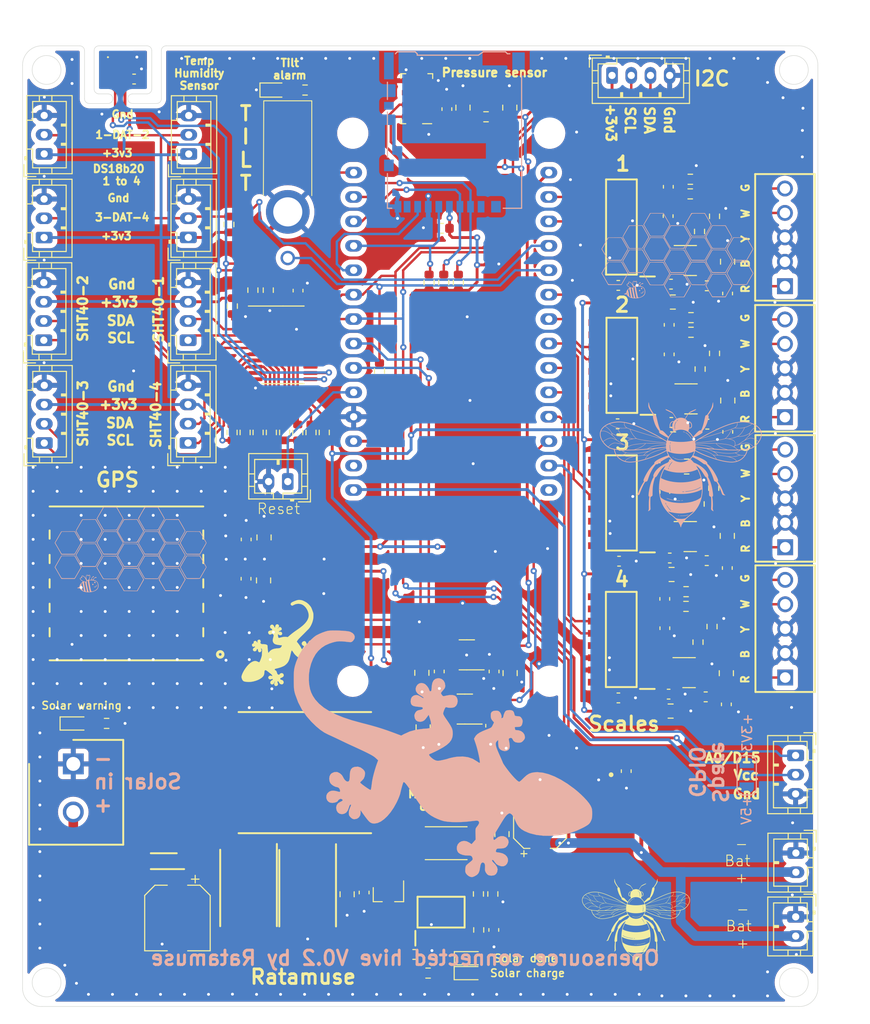
<source format=kicad_pcb>
(kicad_pcb (version 20211014) (generator pcbnew)
  (layers (0 "F.Cu" signal) (31 "B.Cu" signal) (34 "B.Paste" user) (35 "F.Paste" user) (36 "B.SilkS" user "B.Silkscreen") (37 "F.SilkS" user "F.Silkscreen") (38 "B.Mask" user) (39 "F.Mask" user) (44 "Edge.Cuts" user))
  (net 0 "")
  (net 1 "GND")
  (net 2 "+3V3")
  (net 3 "SCL")
  (net 4 "SDA")
  (net 5 "Net-(C13-Pad1)")
  (net 9 "+5V")
  (net 10 "VBAT")
  (net 12 "Net-(D6-Pad2)")
  (net 13 "Vsolar")
  (net 14 "Net-(D5-Pad1)")
  (net 15 "Net-(IC1-Pad10)")
  (net 16 "Net-(IC1-Pad8)")
  (net 17 "Net-(IC1-Pad6)")
  (net 18 "Net-(IC1-Pad5)")
  (net 19 "Net-(C4-Pad1)")
  (net 20 "Net-(C7-Pad2)")
  (net 21 "Net-(D1-Pad2)")
  (net 22 "Net-(D1-Pad1)")
  (net 23 "Net-(D3-Pad2)")
  (net 24 "Net-(D3-Pad1)")
  (net 25 "Net-(D4-Pad1)")
  (net 26 "DS18b20")
  (net 31 "Net-(D7-Pad2)")
  (net 32 "Net-(J4-Pad2)")
  (net 33 "TX_GPS")
  (net 34 "RX_GPS")
  (net 35 "INT1")
  (net 38 "A0{slash}D15")
  (net 39 "VCC")
  (net 40 "DAT1")
  (net 41 "CLK1")
  (net 42 "DAT3")
  (net 43 "CLK3")
  (net 44 "DAT2")
  (net 45 "CLK2")
  (net 46 "Tilt_led_alarm")
  (net 47 "VCC_GPS")
  (net 48 "Start_GPS")
  (net 50 "DAT4")
  (net 51 "CLK4")
  (net 53 "SD3-CS-D7")
  (net 54 "CMD-MOSI-D8")
  (net 55 "CLK-SCK-D9")
  (net 56 "SDO-MISO-D10")
  (net 58 "Net-(C22-Pad1)")
  (net 59 "Net-(C24-Pad1)")
  (net 60 "Net-(C24-Pad2)")
  (net 61 "Net-(C25-Pad2)")
  (net 62 "Net-(IC5-Pad2)")
  (net 63 "Net-(IC5-Pad3)")
  (net 64 "Net-(IC5-Pad4)")
  (net 68 "Net-(J15-Pad4)")
  (net 69 "Net-(J15-Pad5)")
  (net 70 "Net-(C29-Pad1)")
  (net 71 "Net-(C31-Pad1)")
  (net 72 "Net-(C31-Pad2)")
  (net 73 "Net-(C32-Pad2)")
  (net 74 "Net-(IC6-Pad2)")
  (net 75 "Net-(IC6-Pad3)")
  (net 76 "Net-(IC6-Pad4)")
  (net 80 "Net-(J16-Pad4)")
  (net 81 "Net-(J16-Pad5)")
  (net 82 "Net-(C36-Pad1)")
  (net 83 "Net-(C38-Pad1)")
  (net 84 "Net-(C38-Pad2)")
  (net 85 "Net-(C39-Pad2)")
  (net 86 "Net-(IC7-Pad2)")
  (net 87 "Net-(IC7-Pad3)")
  (net 88 "Net-(IC7-Pad4)")
  (net 92 "Net-(J2-Pad4)")
  (net 93 "Net-(J2-Pad5)")
  (net 94 "Net-(C43-Pad1)")
  (net 95 "Net-(C45-Pad1)")
  (net 96 "Net-(C45-Pad2)")
  (net 97 "Net-(C46-Pad2)")
  (net 98 "Net-(IC8-Pad2)")
  (net 99 "Net-(IC8-Pad3)")
  (net 100 "Net-(IC8-Pad4)")
  (net 104 "Net-(J10-Pad4)")
  (net 105 "Net-(J10-Pad5)")
  (net 106 "Reset-button")
  (net 107 "SC0")
  (net 108 "SD0")
  (net 109 "SC3")
  (net 110 "SD3")
  (net 111 "SC1")
  (net 112 "SD1")
  (net 113 "SC2")
  (net 114 "SD2")
  (net 115 "Net-(R32-Pad1)")
  (net 116 "SD4")
  (net 117 "SC4")
  (net 124 "Start_modules")
  (footprint "Capacitor_SMD:CP_Elec_6.3x7.7" (layer "F.Cu") (at 102.625 159.81 -90)
    (fp_text reference "C1" hide)
    (fp_text value "100µF/35V")
  )
  (footprint "Capacitor_SMD:C_0603_1608Metric" (layer "F.Cu") (at 122.06 157.16 -90)
    (fp_text reference "C2" hide)
    (fp_text value "470nF/50V")
  )
  (footprint "Capacitor_SMD:C_0805_2012Metric" (layer "F.Cu") (at 120.29 157.34 -90)
    (fp_text reference "C3" hide)
    (fp_text value "4.7µF/50V")
  )
  (footprint "Capacitor_SMD:C_0603_1608Metric" (layer "F.Cu") (at 135.56 161.05 -90)
    (fp_text reference "C4" hide)
    (fp_text value "220nF")
  )
  (footprint "Capacitor_SMD:C_0603_1608Metric" (layer "F.Cu") (at 149.347466 144.532466 -90)
    (fp_text reference "C5" hide)
    (fp_text value "0.1µF")
  )
  (footprint "Capacitor_SMD:C_0603_1608Metric" (layer "F.Cu") (at 127.27 163.6)
    (fp_text reference "C7" hide)
    (fp_text value "0.1µF/50V")
  )
  (footprint "Capacitor_SMD:C_0805_2012Metric" (layer "F.Cu") (at 136.41 151.085 90)
    (fp_text reference "C8" hide)
    (fp_text value "10µF")
  )
  (footprint "Capacitor_SMD:CP_Elec_5x5.4" (layer "F.Cu") (at 140.38 149.81 90)
    (fp_text reference "C9" hide)
    (fp_text value "10µF")
  )
  (footprint "LED_SMD:LED_0603_1608Metric_Castellated" (layer "F.Cu") (at 92.09 139.58)
    (fp_text reference "D1" hide)
    (fp_text value "LED")
  )
  (footprint "Empreintes:SODFL3616X98N" (layer "F.Cu") (at 101.2 153.9 180)
    (fp_text reference "D2" hide)
    (fp_text value "MBR230LSFT1G" hide)
  )
  (footprint "LED_SMD:LED_0603_1608Metric_Castellated" (layer "F.Cu") (at 133.12 165.542)
    (fp_text reference "D3" hide)
    (fp_text value "LED")
  )
  (footprint "LED_SMD:LED_0603_1608Metric_Castellated" (layer "F.Cu") (at 133.14 163.992)
    (fp_text reference "D4" hide)
    (fp_text value "LED")
  )
  (footprint "Empreintes:DIOM8059X256N" (layer "F.Cu") (at 116.18 156.71 -90)
    (fp_text reference "D5" hide)
    (fp_text value "SS34" hide)
  )
  (footprint "Empreintes:DIOM8059X256N" (layer "F.Cu") (at 110.025 156.685 -90)
    (fp_text reference "D6" hide)
    (fp_text value "SS34" hide)
  )
  (footprint "Empreintes:SOP100P600X175-10N" (layer "F.Cu") (at 130.07 159.2 90)
    (fp_text reference "IC1" hide)
    (fp_text value "CN3791" hide)
  )
  (footprint "Empreintes:SHDR2W90P0X500_1X2_1060X980X1380P" (layer "F.Cu") (at 91.78 143.785 -90)
    (fp_text reference "J1" hide)
    (fp_text value "Conn_01x02" hide)
  )
  (footprint "Connector_JST:JST_PH_B4B-PH-K_1x04_P2.00mm_Vertical" (layer "F.Cu") (at 147.87 72.18)
    (fp_text reference "J5" hide)
    (fp_text value "Conn_01x04")
  )
  (footprint "Empreintes:INDPM138126X700N" (layer "F.Cu") (at 115.89 144.69)
    (fp_text reference "L1" hide)
    (fp_text value "82µH/3A" hide)
  )
  (footprint "Package_TO_SOT_SMD:SOT-23" (layer "F.Cu") (at 124.59 157.35 -90)
    (fp_text reference "Q1" hide)
    (fp_text value "AO3401A")
  )
  (footprint "Resistor_SMD:R_0603_1608Metric" (layer "F.Cu") (at 95.25 139.57)
    (fp_text reference "R1" hide)
    (fp_text value "2K")
  )
  (footprint "Resistor_SMD:R_0603_1608Metric" (layer "F.Cu") (at 133.99 161.05 90)
    (fp_text reference "R2" hide)
    (fp_text value "120")
  )
  (footprint "Resistor_SMD:R_0603_1608Metric" (layer "F.Cu") (at 128.72 165.54)
    (fp_text reference "R3" hide)
    (fp_text value "10K")
  )
  (footprint "Resistor_SMD:R_0603_1608Metric" (layer "F.Cu") (at 135.46 157.31 -90)
    (fp_text reference "R4" hide)
    (fp_text value "10K")
  )
  (footprint "Resistor_SMD:R_0603_1608Metric" (layer "F.Cu") (at 133.96 157.31 90)
    (fp_text reference "R5" hide)
    (fp_text value "30K")
  )
  (footprint "Resistor_SMD:R_2512_6332Metric" (layer "F.Cu") (at 130.6 152.03)
    (fp_text reference "R6" hide)
    (fp_text value "0.24R")
  )
  (footprint "Resistor_SMD:R_0603_1608Metric" (layer "F.Cu") (at 112.08 94.51 -90)
    (fp_text reference "R7" hide)
    (fp_text value "10K")
  )
  (footprint "Resistor_SMD:R_0603_1608Metric" (layer "F.Cu") (at 110.48 94.51 -90)
    (fp_text reference "R8" hide)
    (fp_text value "10K")
  )
  (footprint "Connector_JST:JST_PH_B2B-PH-K_1x02_P2.00mm_Vertical" (layer "F.Cu") (at 167.01 153.05 -90)
    (fp_text reference "J6" hide)
    (fp_text value "Conn_01x02")
  )
  (footprint "Connector_JST:JST_PH_B2B-PH-K_1x02_P2.00mm_Vertical" (layer "F.Cu") (at 166.99 159.69 -90)
    (fp_text reference "J7" hide)
    (fp_text value "Conn_01x02")
  )
  (footprint "Empreintes:SON50P200X200X80-9N-D" (layer "F.Cu") (at 146.397466 143.507466 180)
    (fp_text reference "IC2" hide)
    (fp_text value "MAX17048G+" hide)
  )
  (footprint "Connector_JST:JST_PH_B3B-PH-K_1x03_P2.00mm_Vertical" (layer "F.Cu") (at 88.74 89.04 90)
    (fp_text reference "J8" hide)
    (fp_text value "Conn_01x03")
  )
  (footprint "Connector_JST:JST_PH_B3B-PH-K_1x03_P2.00mm_Vertical" (layer "F.Cu") (at 88.75 80.34 90)
    (fp_text reference "J9" hide)
    (fp_text value "Conn_01x03")
  )
  (footprint "Connector_JST:JST_PH_B3B-PH-K_1x03_P2.00mm_Vertical" (layer "F.Cu") (at 103.76 89.03 90)
    (fp_text reference "J3" hide)
    (fp_text value "Conn_01x03")
  )
  (footprint "Empreintes:L80-M39" (layer "F.Cu") (at 89.565 119.93)
    (fp_text reference "IC3" hide)
    (fp_text value "L86-M33" hide)
  )
  (footprint "Capacitor_SMD:C_0603_1608Metric" (layer "F.Cu") (at 109.765 124.525 -90)
    (fp_text reference "C6" hide)
    (fp_text value "0.1µF")
  )
  (footprint "Capacitor_SMD:C_0805_2012Metric" (layer "F.Cu") (at 111.59 124.7 -90)
    (fp_text reference "C11" hide)
    (fp_text value "10µF")
  )
  (footprint "Resistor_SMD:R_0603_1608Metric" (layer "F.Cu") (at 123.66 102.92 90)
    (fp_text reference "R10" hide)
    (fp_text value "100k")
  )
  (footprint "Empreintes:RB231X2" (layer "F.Cu") (at 114.11 87.22 90)
    (fp_text reference "S1" hide)
    (fp_text value "RB231X2" hide)
  )
  (footprint "Capacitor_SMD:C_0805_2012Metric" (layer "F.Cu") (at 128.07 134.31 -90)
    (fp_text reference "C18" hide)
    (fp_text value "10µF")
  )
  (footprint "Capacitor_SMD:C_0603_1608Metric" (layer "F.Cu") (at 109.78 120.44 90)
    (fp_text reference "C20" hide)
    (fp_text value "0.1µF")
  )
  (footprint "Resistor_SMD:R_0603_1608Metric" (layer "F.Cu") (at 158.54 86.83 90)
    (fp_text reference "R17")
    (fp_text value "8.2K")
  )
  (footprint "Capacitor_SMD:C_0805_2012Metric" (layer "F.Cu") (at 159.9 91.55 90)
    (fp_text reference "C23")
    (fp_text value "10µF")
  )
  (footprint "Capacitor_SMD:C_0805_2012Metric" (layer "F.Cu") (at 136.85375 139.98 -90)
    (fp_text reference "C52")
    (fp_text value "0.1µF")
  )
  (footprint "Resistor_SMD:R_0603_1608Metric" (layer "F.Cu") (at 108.34 96.17 90)
    (fp_text reference "R32")
    (fp_text value "10K")
  )
  (footprint "Capacitor_SMD:C_0805_2012Metric" (layer "F.Cu") (at 159.77 134.35 90)
    (fp_text reference "C44")
    (fp_text value "10µF")
  )
  (footprint "Connector_JST:JST_PH_B3B-PH-K_1x03_P2.00mm_Vertical" (layer "F.Cu") (at 103.8 80.35 90)
    (fp_text reference "J14" hide)
    (fp_text value "Conn_01x03")
  )
  (footprint "Package_TO_SOT_SMD:SOT-23" (layer "F.Cu") (at 155.89 134.29)
    (fp_text reference "Q5")
    (fp_text value "MMBT4403")
  )
  (footprint "Capacitor_SMD:C_0603_1608Metric" (layer "F.Cu") (at 135.23375 139.81 -90)
    (fp_text reference "C51")
    (fp_text value "10µF")
  )
  (footprint "Resistor_SMD:R_0603_1608Metric" (layer "F.Cu") (at 158.28 129.5 90)
    (fp_text reference "R29")
    (fp_text value "8.2K")
  )
  (footprint "Resistor_SMD:R_0603_1608Metric" (layer "F.Cu") (at 156.98 88.41 90)
    (fp_text reference "R16")
    (fp_text value "20K")
  )
  (footprint "Empreintes:connecteurs5" (layer "F.Cu") (at 165.87 107.72 90)
    (fp_text reference "J16")
    (fp_text value "Conn_01x05" hide)
  )
  (footprint "Connector_JST:JST_PH_B2B-PH-K_1x02_P2.00mm_Vertical" (layer "F.Cu") (at 114.11 114.42 180)
    (fp_text reference "J19")
    (fp_text value "Conn_01x02")
  )
  (footprint "Capacitor_SMD:C_0603_1608Metric" (layer "F.Cu") (at 153.37 112.33 90)
    (fp_text reference "C38")
    (fp_text value "0.1µF")
  )
  (footprint "Capacitor_SMD:C_0603_1608Metric" (layer "F.Cu") (at 148.6 122.7)
    (fp_text reference "C41")
    (fp_text value "0.1µF")
  )
  (footprint "Capacitor_SMD:C_0603_1608Metric" (layer "F.Cu") (at 154.04 108.27)
    (fp_text reference "C33")
    (fp_text value "0.1µF")
  )
  (footprint "Resistor_SMD:R_0603_1608Metric" (layer "F.Cu") (at 109.67 109.31 -90)
    (fp_text reference "R40")
    (fp_text value "10K")
  )
  (footprint "Resistor_SMD:R_0603_1608Metric" (layer "F.Cu") (at 112.4 109.31 -90)
    (fp_text reference "R38")
    (fp_text value "10K")
  )
  (footprint "Inductor_SMD:L_0603_1608Metric" (layer "F.Cu") (at 157.73 122.64 180)
    (fp_text reference "L4")
    (fp_text value "3.3µH")
  )
  (footprint "Resistor_SMD:R_0603_1608Metric" (layer "F.Cu") (at 115.15 109.31 -90)
    (fp_text reference "R36")
    (fp_text value "10K")
  )
  (footprint "Capacitor_SMD:C_0603_1608Metric" (layer "F.Cu") (at 159.92 109.25 -90)
    (fp_text reference "C29")
    (fp_text value "0.1µF")
  )
  (footprint "Capacitor_SMD:C_0805_2012Metric" (layer "F.Cu") (at 159.92 105.99 90)
    (fp_text reference "C30")
    (fp_text value "10µF")
  )
  (footprint "LED_SMD:LED_0603_1608Metric" (layer "F.Cu") (at 112.7 73.7)
    (fp_text reference "D7" hide)
    (fp_text value "LED")
  )
  (footprint "Resistor_SMD:R_0603_1608Metric" (layer "F.Cu") (at 158.46 115.1 90)
    (fp_text reference "R25")
    (fp_text value "8.2K")
  )
  (footprint "Capacitor_SMD:C_0805_2012Metric" (layer "F.Cu") (at 154.23 109.99)
    (fp_text reference "C35")
    (fp_text value "10µF")
  )
  (footprint "Capacitor_SMD:C_0805_2012Metric" (layer "F.Cu") (at 153.97 138.29)
    (fp_text reference "C49")
    (fp_text value "10µF")
  )
  (footprint "Empreintes:connecteurs5" (layer "F.Cu") (at 165.9 121.25 90)
    (fp_text reference "J2")
    (fp_text value "Conn_01x05" hide)
  )
  (footprint "Package_TO_SOT_SMD:SOT-23" (layer "F.Cu") (at 156.09 105.82)
    (fp_text reference "Q3")
    (fp_text value "MMBT4403")
  )
  (footprint "Package_SO:TSSOP-24_4.4x7.8mm_P0.65mm" (layer "F.Cu") (at 113.61 100.2)
    (fp_text reference "U4")
    (fp_text value "TCA9548APWR")
  )
  (footprint "Resistor_SMD:R_0603_1608Metric" (layer "F.Cu") (at 108.31 109.31 -90)
    (fp_text reference "R39")
    (fp_text value "10K")
  )
  (footprint "Package_TO_SOT_SMD:SOT-23-5" (layer "F.Cu") (at 132.54375 138.08 180)
    (fp_text reference "U5")
    (fp_text value "XC6220B331MR")
  )
  (footprint "Resistor_SMD:R_0603_1608Metric" (layer "F.Cu") (at 156.82 131.12 90)
    (fp_text reference "R28")
    (fp_text value "20K")
  )
  (footprint "Capacitor_SMD:C_0603_1608Metric" (layer "F.Cu") (at 159.9 94.86 -90)
    (fp_text reference "C22")
    (fp_text value "0.1µF")
  )
  (footprint "Capacitor_SMD:C_0805_2012Metric" (layer "F.Cu") (at 137.225 75.53 90)
    (fp_text reference "C12" hide)
    (fp_text value "10µF")
  )
  (footprint "Capacitor_SMD:C_0603_1608Metric" (layer "F.Cu") (at 159.87 123.41 -90)
    (fp_text reference "C36")
    (fp_text value "0.1µF")
  )
  (footprint "Capacitor_SMD:C_0603_1608Metric" (layer "F.Cu") (at 153.88 122.37)
    (fp_text reference "C40")
    (fp_text value "0.1µF")
  )
  (footprint "Resistor_SMD:R_0603_1608Metric" (layer "F.Cu") (at 115.91 73.7)
    (fp_text reference "R11" hide)
    (fp_text value "10K")
  )
  (footprint "Capacitor_SMD:C_0603_1608Metric" (layer "F.Cu") (at 148.53 136.92)
    (fp_text reference "C48")
    (fp_text value "0.1µF")
  )
  (footprint "Capacitor_SMD:C_0603_1608Metric" (layer "F.Cu") (at 135.59 134.17 -90)
    (fp_text reference "C15" hide)
    (fp_text value "0.1µF")
  )
  (footprint "Resistor_SMD:R_0603_1608Metric" (layer "F.Cu") (at 134.75 76.48)
    (fp_text reference "FB1" hide)
    (fp_text value "FerriteBead")
  )
  (footprint "Capacitor_SMD:C_0603_1608Metric" (layer "F.Cu") (at 148.45 108.41)
    (fp_text reference "C34")
    (fp_text value "0.1µF")
  )
  (footprint "Inductor_SMD:L_0603_1608Metric" (layer "F.Cu") (at 157.74 94.06 180)
    (fp_text reference "L2")
    (fp_text value "3.3µH")
  )
  (footprint "Inductor_SMD:L_0603_1608Metric" (layer "F.Cu") (at 157.62 136.81 180)
    (fp_text reference "L5")
    (fp_text value "3.3µH")
  )
  (footprint "Capacitor_SMD:C_0805_2012Metric" (layer "F.Cu") (at 111.64 120.23 90)
    (fp_text reference "C21" hide)
    (fp_text value "4.7µF")
  )
  (footprint "Resistor_SMD:R_0603_1608Metric" (layer "F.Cu") (at 155.64 111.56)
    (fp_text reference "R27")
    (fp_text value "100")
  )
  (footprint "Empreintes:SOIC127P600X160-16N" (layer "F.Cu") (at 148.89 102.33 180)
    (fp_text reference "IC6")
    (fp_text value "HX711" hide)
  )
  (footprint "Resistor_SMD:R_0603_1608Metric" (layer "F.Cu") (at 128.82 93.71 90)
    (fp_text reference "R15" hide)
    (fp_text value "10k")
  )
  (footprint "Connector_JST:JST_PH_B3B-PH-K_1x03_P2.00mm_Vertical" (layer "F.Cu") (at 166.98 142.9 -90)
    (fp_text reference "J4")
    (fp_text value "Conn_01x03")
  )
  (footprint "Empreintes:bee" (layer "F.Cu") (at 154.087812 160.057451)
    (fp_text reference "G***" hide)
    (fp_text value "LOGO" hide)
  )
  (footprint "Empreintes:SOIC127P600X160-16N" (layer "F.Cu") (at 148.85 116.64 180)
    (fp_text reference "IC7")
    (fp_text value "HX711" hide)
  )
  (footprint "Empreintes:ARDUINO_ABX00012" (layer "F.Cu") (at 143.6275 137.435 90)
    (fp_text reference "U1" hide)
    (fp_text value "MKRWAN_1310")
  )
  (footprint "Capacitor_SMD:C_0603_1608Metric" (layer "F.Cu") (at 130.17 88.08 180)
    (fp_text reference "C19" hide)
    (fp_text value "0.1µF")
  )
  (footprint "Resistor_SMD:R_0603_1608Metric" (layer "F.Cu") (at 157.04 102.72 90)
    (fp_text reference "R20")
    (fp_text value "20K")
  )
  (footprint "Resistor_SMD:R_0603_1608Metric" (layer "F.Cu") (at 155.57 127.4)
    (fp_text reference "R30")
    (fp_text value "100")
  )
  (footprint "Resistor_SMD:R_0603_1608Metric" (layer "F.Cu") (at 117.91 109.31 -90)
    (fp_text reference "R34")
    (fp_text value "10K")
  )
  (footprint "Empreintes:Logo Ratamuse petit" (layer "F.Cu") (at 113.07 131.57 -160)
    (fp_text reference "G***" hide)
    (fp_text value "LOGO" hide)
  )
  (footprint "Fiducial:Fiducial_1mm_Mask3mm" (layer "F.Cu") (at 92.24 162.03)
    (fp_text reference "FID4" hide)
    (fp_text value "Fiducial")
  )
  (footprint "Capacitor_SMD:C_0805_2012Metric" (layer "F.Cu") (at 154.2 95.75)
    (fp_text reference "C27")
    (fp_text value "10µF")
  )
  (footprint "Fiducial:Fiducial_1mm_Mask3mm" (layer "F.Cu") (at 109.37 72.03)
    (fp_text reference "FID1" hide)
    (fp_text value "Fiducial")
  )
  (footprint "Capacitor_SMD:C_0805_2012Metric" (layer "F.Cu") (at 154.07 124.08)
    (fp_text reference "C42")
    (fp_text value "10µF")
  )
  (footprint "Capacitor_SMD:C_0603_1608Metric" (layer "F.Cu") (at 148.52 94.02)
    (fp_text reference "C28")
    (fp_text value "0.1µF")
  )
  (footprint "Capacitor_SMD:C_0603_1608Metric" (layer "F.Cu") (at 153.82 98.12 90)
    (fp_text reference "C31")
    (fp_text value "0.1µF")
  )
  (footprint "Empreintes:SOIC127P600X160-16N" (layer "F.Cu") (at 148.83 130.84 180)
    (fp_text reference "IC8")
    (fp_text value "HX711" hide)
  )
  (footprint "Resistor_SMD:R_0603_1608Metric" (layer "F.Cu") (at 155.64 113.11)
    (fp_text reference "R26")
    (fp_text value "100")
  )
  (footprint "Capacitor_SMD:C_0603_1608Metric" (layer "F.Cu") (at 129.84375 139.81 -90)
    (fp_text reference "C53")
    (fp_text value "0.1µF")
  )
  (footprint "Capacitor_SMD:C_0603_1608Metric" (layer "F.Cu") (at 153.76 136.53)
    (fp_text reference "C47")
    (fp_text value "0.1µF")
  )
  (footprint "Capacitor_SMD:C_0603_1608Metric" (layer "F.Cu") (at 154.01 93.89)
    (fp_text reference "C26")
    (fp_text value "0.1µF")
  )
  (footprint "Resistor_SMD:R_0603_1608Metric" (layer "F.Cu") (at 158.54 101.09 90)
    (fp_text reference "R21")
    (fp_text value "8.2K")
  )
  (footprint "Resistor_SMD:R_0603_1608Metric" (layer "F.Cu") (at 130.35 93.71 90)
    (fp_text reference "R14" hide)
    (fp_text value "10k")
  )
  (footprint "Connector_JST:JST_PH_B4B-PH-K_1x04_P2.00mm_Vertical" (layer "F.Cu") (at 103.73 99.72 90)
    (fp_text reference "J11")
    (fp_text value "Conn_01x04")
  )
  (footprint "Capacitor_SMD:C_0603_1608Metric" (layer "F.Cu") (at 130.675 75.68 90)
    (fp_text reference "C14" hide)
    (fp_text value "0.1µF")
  )
  (footprint "Empreintes:SHT41AD1BR3" (layer "F.Cu") (at 96.637391 70.682391)
    (fp_text reference "IC4" hide)
    (fp_text value "SHT41-AD1B-R3" hide)
  )
  (footprint "Resistor_SMD:R_0603_1608Metric" (layer "F.Cu") (at 111.02 109.31 -90)
    (fp_text reference "R37")
    (fp_text value "10K")
  )
  (footprint "Package_TO_SOT_SMD:SOT-23" (layer "F.Cu") (at 156.01 120.14)
    (fp_text reference "Q4")
    (fp_text value "MMBT4403")
  )
  (footprint "Capacitor_SMD:C_0603_1608Metric" (layer "F.Cu") (at 153.71 86.81 90)
    (fp_text reference "C25")
    (fp_text value "0.1µF")
  )
  (footprint "Resistor_SMD:R_0603_1608Metric" (layer "F.Cu") (at 116.53 109.31 -90)
    (fp_text reference "R33")
    (fp_text value "10K")
  )
  (footprint "Fiducial:Fiducial_1mm_Mask3mm" (layer "F.Cu") (at 161.85 72.6)
    (fp_text reference "FID2" hide)
    (fp_text value "Fiducial")
  )
  (footprint "Resistor_SMD:R_0603_1608Metric" (layer "F.Cu") (at 156.09 98.89)
    (fp_text reference "R22")
    (fp_text value "100")
  )
  (footprint "Capacitor_SMD:C_0603_1608Metric" (layer "F.Cu") (at 153.82 101.19 90)
    (fp_text reference "C32")
    (fp_text value "0.1µF")
  )
  (footprint "Capacitor_SMD:C_0603_1608Metric" (layer "F.Cu") (at 159.77 137.59 -90)
    (fp_text reference "C43")
    (fp_text value "0.1µF")
  )
  (footprint "Resistor_SMD:R_0603_1608Metric" (layer "F.Cu") (at 113.78 109.31 -90)
    (fp_text reference "R35")
    (fp_text value "10K")
  )
  (footprint "Capacitor_SMD:C_0603_1608Metric" (layer "F.Cu") (at 115.18 94.56 90)
    (fp_text reference "C50")
    (fp_text value "0.1µF")
  )
  (footprint "Fiducial:Fiducial_1mm_Mask3mm" (layer "F.Cu") (at 160.91 165.12)
    (fp_text reference "FID3" hide)
    (fp_text value "Fiducial")
  )
  (footprint "Inductor_SMD:L_0603_1608Metric" (layer "F.Cu") (at 157.79 108.45 180)
    (fp_text reference "L3")
    (fp_text value "3.3µH")
  )
  (footprint "Empreintes:SOIC127P600X160-16N" (layer "F.Cu") (at 148.848 87.945 180)
    (fp_text reference "IC5")
    (fp_text value "HX711" hide)
  )
  (footprint "Capacitor_SMD:C_0603_1608Metric" (layer "F.Cu") (at 153.73 83.76 90)
    (fp_text reference "C24")
    (fp_text value "0.1µF")
  )
  (footprint "Capacitor_SMD:C_0805_2012Metric" (layer "F.Cu") (at 128.20375 139.98 -90)
    (fp_text reference "C54")
    (fp_text value "10µF")
  )
  (footprint "Resistor_SMD:R_0603_1608Metric" (layer "F.Cu") (at 107.98 87.68 -90)
    (fp_text reference "R9" hide)
    (fp_text value "4.7K")
  )
  (footprint "Resistor_SMD:R_0603_1608Metric" (layer "F.Cu") (at 155.58 125.87)
    (fp_text reference "R31")
    (fp_text value "100")
  )
  (footprint "Capacitor_SMD:C_0603_1608Metric" (layer "F.Cu") (at 153.36 126.62 90)
    (fp_text reference "C45")
    (fp_text value "0.1µF")
  )
  (footprint "Empreintes:connecteurs5" (layer "F.Cu") (at 165.9 134.8 90)
    (fp_text reference "J10")
    (fp_text value "Conn_01x05" hide)
  )
  (footprint "Capacitor_SMD:C_0805_2012Metric" (layer "F.Cu") (at 132.35 75.53 90)
    (fp_text reference "C13" hide)
    (fp_text value "10µF")
  )
  (footprint "Package_LGA:LGA-8_3x5mm_P1.25mm" (layer "F.Cu") (at 127.545 74.6 180)
    (fp_text reference "U2" hide)
    (fp_text value "MS5611-01BA")
  )
  (footprint "Capacitor_SMD:C_0805_2012Metric" (layer "F.Cu") (at 137.26 134.34 -90)
    (fp_text reference "C16" hide)
    (fp_text value "10µF")
  )
  (footprint "Capacitor_SMD:C_0603_1608Metric" (layer "F.Cu") (at 98.112391 72.557391)
    (fp_text reference "C10" hide)
    (fp_text value "0.1µF")
  )
  (footprint "Connector_JST:JST_PH_B4B-PH-K_1x04_P2.00mm_Vertical" (layer "F.Cu") (at 88.76 110.41 90)
    (fp_text reference "J12")
    (fp_text value "Conn_01x04")
  )
  (footprint "Capacitor_SMD:C_0805_2012Metric" (layer "F.Cu") (at 159.87 120.07 90)
    (fp_text reference "C37")
    (fp_text value "10µF")
  )
  (footprint "Package_TO_SOT_SMD:SOT-23-5" (layer "F.Cu") (at 132.75 132.44 180)
    (fp_text reference "U3" hide)
    (fp_text value "XC6220B331MR")
  )
  (footprint "Connector_JST:JST_PH_B4B-PH-K_1x04_P2.00mm_Vertical" (layer "F.Cu") (at 88.71 99.72 90)
    (fp_text reference "J17")
    (fp_text value "Conn_01x04")
  )
  (footprint "Capacitor_SMD:C_0603_1608Metric" (layer "F.Cu") (at 153.37 115.5 90)
    (fp_text reference "C39")
    (fp_text value "0.1µF")
  )
  (footprint "Capacitor_SMD:C_0603_1608Metric" (layer "F.Cu") (at 129.88 134.17 -90)
    (fp_text reference "C17" hide)
    (fp_text value "0.1µF")
  )
  (footprint "Empreintes:connecteurs5" (layer "F.Cu") (at 165.87 94.1 90)
    (fp_text reference "J15")
    (fp_text value "Conn_01x05" hide)
  )
  (footprint "Connector_JST:JST_PH_B4B-PH-K_1x04_P2.00mm_Vertical" (layer "F.Cu") (at 103.73 110.4 90)
    (fp_text reference "J18")
    (fp_text value "Conn_01x04")
  )
  (footprint "Resistor_SMD:R_0603_1608Metric" (layer "F.Cu") (at 131.87 93.71 90)
    (fp_text reference "R13" hide)
    (fp_text value "10k")
  )
  (footprint "Resistor_SMD:R_0603_1608Metric" (layer "F.Cu") (at 156.02 82.98)
    (fp_text reference "R19")
    (fp_text value "100")
  )
  (footprint "Resistor_SMD:R_0603_1608Metric" (layer "F.Cu") (at 156.94 116.75 90)
    (fp_text reference "R24")
    (fp_text value "20K")
  )
  (footprint "Package_TO_SOT_SMD:SOT-23" (layer "F.Cu") (at 156.01 91.43)
    (fp_text reference "Q2")
    (fp_text value "MMBT4403")
  )
  (footprint "Resistor_SMD:R_0603_1608Metric" (layer "F.Cu") (at 156.01 84.5)
    (fp_text reference "R18")
    (fp_text value "100")
  )
  (footprint "Resistor_SMD:R_0603_1608Metric" (layer "F.Cu") (at 156.09 97.37)
    (fp_text reference "R23")
    (fp_text value "100")
  )
  (footprint "Capacitor_SMD:C_0603_1608Metric" (layer "F.Cu") (at 153.37 129.67 90)
    (fp_text reference "C46")
    (fp_text value "0.1µF")
  )
  (footprint "Jumper:SolderJumper-3_P1.3mm_Open_RoundedPad1.0x1.5mm_NumberLabels" (layer "B.Cu") (at 161.89 144.96 -90)
    (fp_text reference "JP1" hide)
    (fp_text value "SolderJumper_3_Open")
  )
  (footprint "Empreintes:bee large" (layer "B.Cu") (at 149.438973 112.651178 180)
    (fp_text reference "G***" hide)
    (fp_text value "LOGO" hide)
  )
  (footprint "Connector_Card:microSD_HC_Hirose_DM3AT-SF-PEJM5" (layer "B.Cu") (at 131.46 78.11)
    (fp_text reference "J13" hide)
    (fp_text value "Micro_SD_Card")
  )
  (footprint "Empreintes:Logo Ratamuse" (layer "B.Cu") (at 130.28263 142.703428)
    (fp_text reference "G***" hide)
    (fp_text value "LOGO" hide)
  )
  (footprint "Empreintes:alvéoles" (layer "B.Cu") (at 154.694266 91.622034 180)
    (fp_text reference "G***" hide)
    (fp_text value "LOGO" hide)
  )
  (footprint "Empreintes:alvéoles" (layer "B.Cu") (at 97.77 122.19 180)
    (fp_text reference "G***" hide)
    (fp_text value "LOGO" hide)
  )
  (gr_line (start 88.5 169.01) (end 167.3 169.01) (layer "Edge.Cuts") (width 0.05))
  (gr_arc (start 94.45 74.1) (mid 94.096447 73.953553) (end 93.95 73.6) (layer "Edge.Cuts") (width 0.05))
  (gr_arc (start 167.3 69.1) (mid 168.717745 69.689326) (end 169.3 71.11) (layer "Edge.Cuts") (width 0.05))
  (gr_line (start 100.45 75.1) (end 97.95 75.1) (layer "Edge.Cuts") (width 0.05))
  (gr_line (start 86.5 80.39) (end 86.5 167.11) (layer "Edge.Cuts") (width 0.05))
  (gr_line (start 97.95 74.1) (end 99.45 74.1) (layer "Edge.Cuts") (width 0.05))
  (gr_circle (center 166.8 71.61) (end 166.8 70.11) (layer "Edge.Cuts") (width 0.05) (fill none))
  (gr_arc (start 99.95 73.6) (mid 99.803553 73.953553) (end 99.45 74.1) (layer "Edge.Cuts") (width 0.05))
  (gr_line (start 99.95 73.6) (end 99.95 69.6) (layer "Edge.Cuts") (width 0.05))
  (gr_arc (start 99.45 69.1) (mid 99.803553 69.246447) (end 99.95 69.6) (layer "Edge.Cuts") (width 0.05))
  (gr_line (start 93.95 73.6) (end 93.95 69.6) (layer "Edge.Cuts") (width 0.05))
  (gr_arc (start 93.45 75.1) (mid 93.096447 74.953553) (end 92.95 74.6) (layer "Edge.Cuts") (width 0.05))
  (gr_circle (center 89 166.51) (end 89 168.01) (layer "Edge.Cuts") (width 0.05) (fill none))
  (gr_line (start 93.45 75.1) (end 95.4 75.1) (layer "Edge.Cuts") (width 0.05))
  (gr_arc (start 100.95 69.6) (mid 101.096447 69.246447) (end 101.45 69.1) (layer "Edge.Cuts") (width 0.05))
  (gr_line (start 167.3 69.1) (end 125.9 69.1) (layer "Edge.Cuts") (width 0.05))
  (gr_line (start 99.45 69.1) (end 94.45 69.1) (layer "Edge.Cuts") (width 0.05))
  (gr_line (start 100.95 69.6) (end 100.95 74.6) (layer "Edge.Cuts") (width 0.05))
  (gr_line (start 88.5 69.1) (end 92.45 69.1) (layer "Edge.Cuts") (width 0.05))
  (gr_line (start 169.3 82.61) (end 169.3 73.61) (layer "Edge.Cuts") (width 0.05))
  (gr_arc (start 86.5 71.11) (mid 87.085184 69.692255) (end 88.5 69.1) (layer "Edge.Cuts") (width 0.05))
  (gr_arc (start 169.3 167.11) (mid 168.707846 168.489311) (end 167.3 169.01) (layer "Edge.Cuts") (width 0.05))
  (gr_arc (start 88.5 169.01) (mid 87.092154 168.489311) (end 86.5 167.11) (layer "Edge.Cuts") (width 0.05))
  (gr_arc (start 95.4 74.1) (mid 95.9 74.6) (end 95.4 75.1) (layer "Edge.Cuts") (width 0.05))
  (gr_circle (center 166.8 166.51) (end 166.8 168.01) (layer "Edge.Cuts") (width 0.05) (fill none))
  (gr_arc (start 97.95 75.1) (mid 97.45 74.6) (end 97.95 74.1) (layer "Edge.Cuts") (width 0.05))
  (gr_arc (start 100.95 74.6) (mid 100.803553 74.953553) (end 100.45 75.1) (layer "Edge.Cuts") (width 0.05))
  (gr_line (start 169.3 73.61) (end 169.3 71.11) (layer "Edge.Cuts") (width 0.05))
  (gr_arc (start 93.95 69.6) (mid 94.096447 69.246447) (end 94.45 69.1) (layer "Edge.Cuts") (width 0.05))
  (gr_line (start 86.5 80.39) (end 86.5 71.11) (layer "Edge.Cuts") (width 0.05))
  (gr_arc (start 92.45 69.1) (mid 92.802106 69.247894) (end 92.95 69.6) (layer "Edge.Cuts") (width 0.05))
  (gr_line (start 169.3 167.11) (end 169.3 82.61) (layer "Edge.Cuts") (width 0.05))
  (gr_circle (center 89 71.61) (end 89 70.11) (layer "Edge.Cuts") (width 0.05) (fill none))
  (gr_line (start 101.45 69.1) (end 125.9 69.1) (layer "Edge.Cuts") (width 0.05))
  (gr_line (start 92.95 69.6) (end 92.95 74.6) (layer "Edge.Cuts") (width 0.05))
  (gr_line (start 95.4 74.1) (end 94.45 74.1) (layer "Edge.Cuts") (width 0.05))
  (gr_text "-\nSolar in\n+" (at 93.76 145.63) (layer "B.SilkS") (effects (font (size 1.5 1.5) (thickness 0.3)) (justify right mirror)))
  (gr_text "Opensource connected hive V0.2 by Ratamuse" (at 126.32 163.97) (layer "B.SilkS") (effects (font (size 1.5 1.5) (thickness 0.3)) (justify mirror)))
  (gr_text "Spare\nGPIO" (at 157.89 144.63 -90) (layer "B.SilkS") (effects (font (size 1.5 1.5) (thickness 0.3)) (justify mirror)))
  (gr_text "Ratamuse" (at 115.71 165.93) (layer "F.SilkS") (effects (font (size 1.5 1.5) (thickness 0.3))))
  (gr_text "-\nBat \n+" (at 161.35 153.86) (layer "F.SilkS") (effects (font (size 1.1 1.1) (thickness 0.1))))
  (gr_text "Solar warning" (at 92.65 137.71) (layer "F.SilkS") (effects (font (size 0.8 0.8))))
  (gr_text "3-DAT-4\n\n" (at 96.87 87.58) (layer "F.SilkS") (effects (font (size 0.8 0.8) (thickness 0.2))))
  (gr_text "SDA" (at 96.63 108.33) (layer "F.SilkS") (effects (font (size 1 1) (thickness 0.25))))
  (gr_text "-\nBat \n+" (at 161.48 160.65) (layer "F.SilkS") (effects (font (size 1.1 1.1) (thickness 0.1))))
  (gr_text "+3v3\n" (at 96.56 95.75) (layer "F.SilkS") (effects (font (size 1 1) (thickness 0.25))))
  (gr_text "T\nI\nL\nT" (at 109.73 79.76) (layer "F.SilkS") (effects (font (size 1.5 1.5) (thickness 0.3))))
  (gr_text "Tilt\nalarm" (at 114.32 71.52) (layer "F.SilkS") (effects (font (size 0.8 0.8) (thickness 0.2))))
  (gr_text "R   B   Y   W   G" (at 161.73 129.74 90) (layer "F.SilkS") (effects (font (size 0.8 0.8) (thickness 0.2))))
  (gr_text "Solar charge" (at 139.07 165.54) (layer "F.SilkS") (effects (font (size 0.8 0.8))))
  (gr_text "+3v3\n" (at 96.48 106.39) (layer "F.SilkS") (effects (font (size 1 1) (thickness 0.25))))
  (gr_text "1-DAT-2\n\n" (at 96.9 78.99) (layer "F.SilkS") (effects (font (size 0.8 0.8) (thickness 0.2))))
  (gr_text "I2C" (at 158.26 72.51) (layer "F.SilkS") (effects (font (size 1.5 1.5) (thickness 0.3))))
  (gr_text "SCL\n\n" (at 148.94 76.82 -90) (layer "F.SilkS") (effects (font (size 1 1) (thickness 0.25))))
  (gr_text "R   B   Y   W   G" (at 161.78 116.14 90) (layer "F.SilkS") (effects (font (size 0.8 0.8) (thickness 0.2))))
  (gr_text "SDA" (at 96.71 97.69) (layer "F.SilkS") (effects (font (size 1 1) (thickness 0.25))))
  (gr_text "Gnd" (at 96.92 76.23) (layer "F.SilkS") (effects (font (size 0.8 0.8) (thickness 0.2))))
  (gr_text "A0/D15" (at 160.43 143.16) (layer "F.SilkS") (effects (font (size 1 1) (thickness 0.25))))
  (gr_text "SHT40-2" (at 92.77 96.42 90) (layer "F.SilkS") (effects (font (size 1 1) (thickness 0.25))))
  (gr_text "+3v3\n" (at 96.36 80.25) (layer "F.SilkS") (effects (font (size 0.8 0.8) (thickness 0.2))))
  (gr_text "DS18b20 \n1 to 4" (at 96.81 82.53) (layer "F.SilkS") (effects (font (size 0.8 0.8) (thickness 0.2))))
  (gr_text "GPS" (at 96.37 114.24) (layer "F.SilkS") (effects (font (size 1.5 1.5) (thickness 0.3))))
  (gr_text "+3v3\n" (at 96.27 88.88) (layer "F.SilkS") (effects (font (size 0.8 0.8) (thickness 0.2))))
  (gr_text "Scales" (at 149.12 139.62) (layer "F.SilkS") (effects (font (size 1.5 1.5) (thickness 0.3))))
  (gr_text "Vcc" (at 161.84 144.95) (layer "F.SilkS") (effects (font (size 1 1) (thickness 0.25))))
  (gr_text "SHT40-3" (at 92.78 107.34 90) (layer "F.SilkS") (effects (font (size 1 1) (thickness 0.25))))
  (gr_text "MPPT Solar\ncharger" (at 130.09 147.57) (layer "F.SilkS") (effects (font (size 0.8 0.8) (thickness 0.2))))
  (gr_text "R   B   Y   W   G" (at 161.74 102.66 90) (layer "F.SilkS") (effects (font (size 0.8 0.8) (thickness 0.2))))
  (gr_text "SHT40-1" (at 100.66 96.5 90) (layer "F.SilkS") (effects (font (size 1 1) (thickness 0.25))))
  (gr_text "Solar done" (at 138.87 164) (layer "F.SilkS") (effects (font (size 0.8 0.8))))
  (gr_text "+3v3\n" (at 147.76 77.11 -90) (layer "F.SilkS") (effects (font (size 1 1) (thickness 0.25))))
  (gr_text "Gnd" (at 96.84 93.89) (layer "F.SilkS") (effects (font (size 1 1) (thickness 0.25))))
  (gr_text "SHT40-4" (at 100.39 107.45 90) (layer "F.SilkS") (effects (font (size 1 1) (thickness 0.25))))
  (gr_text "Pressure sensor" (at 135.63 71.88) (layer "F.SilkS") (effects (font (size 0.9 0.9) (thickness 0.225))))
  (gr_text "Gnd" (at 161.88 146.91) (layer "F.SilkS") (effects (font (size 1 1) (thickness 0.25))))
  (gr_text "Gnd" (at 96.49 84.93) (layer "F.SilkS") (effects (font (size 0.8 0.8) (thickness 0.2))))
  (gr_text "1\n" (at 149 81.37) (layer "F.SilkS") (effects (font (size 1.5 1.5) (thickness 0.3))))
  (gr_text "SCL\n\n" (at 96.73 100.29) (layer "F.SilkS") (effects (font (size 1 1) (thickness 0.25))))
  (gr_text "Reset \n" (at 113.57 117.25) (layer "F.SilkS") (effects (font (size 1.1 1.1) (thickness 0.1))))
  (gr_text "Gnd" (at 153.82 76.83 -90) (layer "F.SilkS") (effects (font (size 1 1) (thickness 0.25))))
  (gr_text "SCL\n\n" (at 96.65 110.93) (layer "F.SilkS") (effects (font (size 1 1) (thickness 0.25))))
  (gr_text "Gnd" (at 96.76 104.53) (layer "F.SilkS") (effects (font (size 1 1) (thickness 0.25))))
  (gr_text "Temp\nHumidity\nSensor" (at 104.89 71.95) (layer "F.SilkS") (effects (font (size 0.8 0.8) (thickness 0.2))))
  (gr_text "SDA" (at 151.75 76.83 -90) (layer "F.SilkS") (effects (font (size 1 1) (thickness 0.25))))
  (gr_text "3" (at 148.96 110.37) (layer "F.SilkS") (effects (font (size 1.5 1.5) (thickness 0.3))))
  (gr_text "2\n" (at 148.93 96.04) (layer "F.SilkS") (effects (font (size 1.5 1.5) (thickness 0.3))))
  (gr_text "4\n" (at 148.88 124.59) (layer "F.SilkS") (effects (font (size 1.5 1.5) (thickness 0.3))))
  (gr_text "R   B   Y   W   G" (at 161.76 89.13 90) (layer "F.SilkS") (effects (font (size 0.8 0.8) (thickness 0.2))))
  (segment (start 154.655 122.37) (end 154.655 122.995) (width 0.3) (layer "F.Cu") (net 1))
  (segment (start 145.407466 143.247466) (end 144.637466 143.247466) (width 0.25) (layer "F.Cu") (net 1))
  (segment (start 116.4725 98.575) (end 117.795 98.575) (width 0.25) (layer "F.Cu") (net 1))
  (segment (start 147.407466 144.247466) (end 147.46 144.3) (width 0.25) (layer "F.Cu") (net 1))
  (segment (start 154.92 137.46) (end 154.92 138.29) (width 0.3) (layer "F.Cu") (net 1))
  (segment (start 146.407466 145.376329) (end 146.476567 145.44543) (width 0.25) (layer "F.Cu") (net 1))
  (segment (start 154.655 122.995) (end 155.02 123.36) (width 0.3) (layer "F.Cu") (net 1))
  (segment (start 117.795 98.575) (end 118.29 99.07) (width 0.25) (layer "F.Cu") (net 1))
  (segment (start 111.905 97.275) (end 112.24 96.94) (width 0.25) (layer "F.Cu") (net 1))
  (segment (start 154.785 93.89) (end 154.785 94.475) (width 0.25) (layer "F.Cu") (net 1))
  (segment (start 152.773 87.31) (end 153.043 87.58) (width 0.25) (layer "F.Cu") (net 1))
  (segment (start 135.59 134.945) (end 136.055 134.945) (width 0.3) (layer "F.Cu") (net 1))
  (segment (start 151.56 87.31) (end 152.773 87.31) (width 0.25) (layer "F.Cu") (net 1))
  (segment (start 135.05 132.44) (end 135.1 132.39) (width 0.25) (layer "F.Cu") (net 1))
  (segment (start 154.815 108.27) (end 154.815 108.855) (width 0.3) (layer "F.Cu") (net 1))
  (segment (start 110.7475 97.275) (end 110.7325 97.26) (width 0.25) (layer "F.Cu") (net 1))
  (segment (start 144.180847 142.790847) (end 144.180847 142.141552) (width 0.25) (layer "F.Cu") (net 1))
  (segment (start 133.8875 132.44) (end 135.05 132.44) (width 0.25) (layer "F.Cu") (net 1))
  (segment (start 129.06 161.902) (end 129.07 161.912) (width 0.25) (layer "F.Cu") (net 1))
  (segment (start 112.24 96.94) (end 112.24 96.64) (width 0.25) (layer "F.Cu") (net 1))
  (segment (start 129.06 160.49) (end 129.06 161.902) (width 0.25) (layer "F.Cu") (net 1))
  (segment (start 154.785 94.475) (end 155.15 94.84) (width 0.25) (layer "F.Cu") (net 1))
  (segment (start 155.02 123.36) (end 155.02 124.08) (width 0.3) (layer "F.Cu") (net 1))
  (segment (start 153.705 87.58) (end 153.71 87.585) (width 0.25) (layer "F.Cu") (net 1))
  (segment (start 154.735 136.53) (end 154.735 137.075) (width 0.3) (layer "F.Cu") (net 1))
  (segment (start 155.18 109.22) (end 155.18 109.99) (width 0.3) (layer "F.Cu") (net 1))
  (segment (start 136.055 134.945) (end 136.4 135.29) (width 0.3) (layer "F.Cu") (net 1))
  (segment (start 110.7475 97.275) (end 111.905 97.275) (width 0.25) (layer "F.Cu") (net 1))
  (segment (start 154.535 137.075) (end 154.92 137.46) (width 0.3) (layer "F.Cu") (net 1))
  (segment (start 147.397466 142.757466) (end 147.397466 142.177466) (width 0.3) (layer "F.Cu") (net 1))
  (segment (start 144.637466 143.247466) (end 144.180847 142.790847) (width 0.25) (layer "F.Cu") (net 1))
  (segment (start 116.4725 98.575) (end 115.025 98.575) (width 0.25) (layer "F.Cu") (net 1))
  (segment (start 115.025 98.575) (end 115.02 98.58) (width 0.25) (layer "F.Cu") (net 1))
  (segment (start 154.815 108.855) (end 155.18 109.22) (width 0.3) (layer "F.Cu") (net 1))
  (segment (start 110.7325 97.26) (end 109.7095 97.26) (width 0.25) (layer "F.Cu") (net 1))
  (segment (start 155.15 94.84) (end 155.15 95.75) (width 0.25) (layer "F.Cu") (net 1))
  (segment (start 147.46 144.3) (end 147.46 146.338862) (width 0.25) (layer "F.Cu") (net 1))
  (segment (start 146.407466 143.497466) (end 146.407466 145.376329) (width 0.25) (layer "F.Cu") (net 1))
  (segment (start 153.043 87.58) (end 153.705 87.58) (width 0.25) (layer "F.Cu") (net 1))
  (segment (start 136.4 135.29) (end 137.26 135.29) (width 0.3) (layer "F.Cu") (net 1))
  (via (at 167.06 163.6) (size 0.65) (drill 0.3) (layers "F.Cu" "B.Cu") (net 1))
  (via (at 115.02 98.58) (size 0.65) (drill 0.3) (layers "F.Cu" "B.Cu") (net 1))
  (via (at 150 87.3) (size 0.65) (drill 0.3) (layers "F.Cu" "B.Cu") (net 1))
  (via (at 160.56 70.41) (size 0.65) (drill 0.3) (layers "F.Cu" "B.Cu") (net 1))
  (via (at 91.65 70.52) (size 0.65) (drill 0.3) (layers "F.Cu" "B.Cu") (net 1))
  (via (at 147.6 134.01) (size 0.65) (drill 0.3) (layers "F.Cu" "B.Cu") (net 1))
  (via (at 100.1 112.93) (size 0.65) (drill 0.3) (layers "F.Cu" "B.Cu") (net 1))
  (via (at 159.92 103.9) (size 0.65) (drill 0.3) (layers "F.Cu" "B.Cu") (net 1))
  (via (at 147.67 119.82) (size 0.65) (drill 0.3) (layers "F.Cu" "B.Cu") (net 1))
  (via (at 88.3 157.94) (size 0.65) (drill 0.3) (layers "F.Cu" "B.Cu") (net 1))
  (via (at 120.56 70.41) (size 0.65) (drill 0.3) (layers "F.Cu" "B.Cu") (net 1))
  (via (at 95.1 127.93) (size 0.65) (drill 0.3) (layers "F.Cu" "B.Cu") (net 1))
  (via (at 150.39 122.69) (size 0.65) (drill 0.3) (layers "F.Cu" "B.Cu") (net 1))
  (via (at 92.6 122.93) (size 0.65) (drill 0.3) (layers "F.Cu" "B.Cu") (net 1))
  (via (at 164.06 72.91) (size 0.65) (drill 0.3) (layers "F.Cu" "B.Cu") (net 1))
  (via (at 92.6 127.93) (size 0.65) (drill 0.3) (layers "F.Cu" "B.Cu") (net 1))
  (via (at 105.1 132.93) (size 0.65) (drill 0.3) (layers "F.Cu" "B.Cu") (net 1))
  (via (at 125.54 87.05) (size 0.65) (drill 0.3) (layers "F.Cu" "B.Cu") (net 1))
  (via (at 158.84 110.04) (size 0.65) (drill 0.3) (layers "F.Cu" "B.Cu") (net 1))
  (via (at 97.6 135.43) (size 0.65) (drill 0.3) (layers "F.Cu" "B.Cu") (net 1))
  (via (at 100.86 167.75) (size 0.65) (drill 0.3) (layers "F.Cu" "B.Cu") (net 1))
  (via (at 87.6 127.93) (size 0.65) (drill 0.3) (layers "F.Cu" "B.Cu") (net 1))
  (via (at 147.64 118.53) (size 0.65) (drill 0.3) (layers "F.Cu" "B.Cu") (net 1))
  (via (at 95.1 137.93) (size 0.65) (drill 0.3) (layers "F.Cu" "B.Cu") (net 1))
  (via (at 141.16 121.39) (size 0.65) (drill 0.3) (layers "F.Cu" "B.Cu") (net 1))
  (via (at 98.4 70.27) (size 0.65) (drill 0.3) (layers "F.Cu" "B.Cu") (net 1))
  (via (at 107.6 135.43) (size 0.65) (drill 0.3) (layers "F.Cu" "B.Cu") (net 1))
  (via (at 102.6 125.43) (size 0.65) (drill 0.3) (layers "F.Cu" "B.Cu") (net 1))
  (via (at 110.1 130.14) (size 0.65) (drill 0.3) (layers "F.Cu" "B.Cu") (net 1))
  (via (at 154.35 130.46) (size 0.65) (drill 0.3) (layers "F.Cu" "B.Cu") (net 1))
  (via (at 100.1 122.93) (size 0.65) (drill 0.3) (layers "F.Cu" "B.Cu") (net 1))
  (via (at 92.6 117.93) (size 0.65) (drill 0.3) (layers "F.Cu" "B.Cu") (net 1))
  (via (at 128.23 88.02) (size 0.65) (drill 0.3) (layers "F.Cu" "B.Cu") (net 1))
  (via (at 167.68 80.65) (size 0.65) (drill 0.3) (layers "F.Cu" "B.Cu") (net 1))
  (via (at 88.3 145.56) (size 0.65) (drill 0.3) (layers "F.Cu" "B.Cu") (net 1))
  (via (at 111.68 122.48) (size 0.65) (drill 0.3) (layers "F.Cu" "B.Cu") (net 1))
  (via (at 120.29 159.52) (size 0.65) (drill 0.3) (layers "F.Cu" "B.Cu") (net 1))
  (via (at 105.1 112.93) (size 0.65) (drill 0.3) (layers "F.Cu" "B.Cu") (net 1))
  (via (at 133.41 112.56) (size 0.65) (drill 0.3) (layers "F.Cu" "B.Cu") (net 1))
  (via (at 100.1 135.43) (size 0.65) (drill 0.3) (layers "F.Cu" "B.Cu") (net 1))
  (via (at 155.63 122.36) (size 0.65) (drill 0.3) (layers "F.Cu" "B.Cu") (net 1))
  (via (at 100.1 117.93) (size 0.65) (drill 0.3) (layers "F.Cu" "B.Cu") (net 1))
  (via (at 100.1 130.43) (size 0.65) (drill 0.3) (layers "F.Cu" "B.Cu") (net 1))
  (via (at 147.63 91.15) (size 0.65) (drill 0.3) (layers "F.Cu" "B.Cu") (net 1))
  (via (at 132.79 97.28) (size 0.65) (drill 0.3) (layers "F.Cu" "B.Cu") (net 1))
  (via (at 141.312882 140.817118) (size 0.65) (drill 0.3) (layers "F.Cu" "B.Cu") (net 1))
  (via (at 112.45 135.97) (size 0.65) (drill 0.3) (layers "F.Cu" "B.Cu") (net 1))
  (via (at 87.6 137.93) (size 0.65) (drill 0.3) (layers "F.Cu" "B.Cu") (net 1))
  (via (at 167.75 75.59) (size 0.65) (drill 0.3) (layers "F.Cu" "B.Cu") (net 1))
  (via (at 112.24 96.64) (size 0.65) (drill 0.3) (layers "F.Cu" "B.Cu") (net 1))
  (via (at 105.1 135.43) (size 0.65) (drill 0.3) (layers "F.Cu" "B.Cu") (net 1))
  (via (at 92.6 132.93) (size 0.65) (drill 0.3) (layers "F.Cu" "B.Cu") (net 1))
  (via (at 92.6 137.93) (size 0.65) (drill 0.3) (layers "F.Cu" "B.Cu") (net 1))
  (via (at 98.88 71.5) (size 0.65) (drill 0.3) (layers "F.Cu" "B.Cu") (net 1))
  (via (at 110.86 167.75) (size 0.65) (drill 0.3) (layers "F.Cu" "B.Cu") (net 1))
  (via (at 113.36 167.75) (size 0.65) (drill 0.3) (layers "F.Cu" "B.Cu") (net 1))
  (via (at 133.08 105.98) (size 0.65) (drill 0.3) (layers "F.Cu" "B.Cu") (net 1))
  (via (at 157.55 100.28) (size 0.65) (drill 0.3) (layers "F.Cu" "B.Cu") (net 1))
  (via (at 90.1 115.43) (size 0.65) (drill 0.3) (layers "F.Cu" "B.Cu") (net 1))
  (via (at 102.6 130.43) (size 0.65) (drill 0.3) (layers "F.Cu" "B.Cu") (net 1))
  (via (at 110.75 104.69) (size 0.65) (drill 0.3) (layers "F.Cu" "B.Cu") (net 1))
  (via (at 134.51 134.9) (size 0.65) (drill 0.3) (layers "F.Cu" "B.Cu") (net 1))
  (via (at 102.6 115.43) (size 0.65) (drill 0.3) (layers "F.Cu" "B.Cu") (net 1))
  (via (at 102.6 122.93) (size 0.65) (drill 0.3) (layers "F.Cu" "B.Cu") (net 1))
  (via (at 87.6 115.43) (size 0.65) (drill 0.3) (layers "F.Cu" "B.Cu") (net 1))
  (via (at 156.06 124.09) (size 0.65) (drill 0.3) (layers "F.Cu" "B.Cu") (net 1))
  (via (at 92.11 166.6) (size 0.65) (drill 0.3) (layers "F.Cu" "B.Cu") (net 1))
  (via (at 92.6 125.43) (size 0.65) (drill 0.3) (layers "F.Cu" "B.Cu") (net 1))
  (via (at 143.74 93.49) (size 0.65) (drill 0.3) (layers "F.Cu" "B.Cu") (net 1))
  (via (at 128.09 136.29) (size 0.65) (drill 0.3) (layers "F.Cu" "B.Cu") (net 1))
  (via (at 138.47 135.27) (size 0.65) (drill 0.3) (layers "F.Cu" "B.Cu") (net 1))
  (via (at 109.78 118.46) (size 0.65) (drill 0.3) (layers "F.Cu" "B.Cu") (net 1))
  (via (at 90.1 135.43) (size 0.65) (drill 0.3) (layers "F.Cu" "B.Cu") (net 1))
  (via (at 92.6 120.43) (size 0.65) (drill 0.3) (layers "F.Cu" "B.Cu") (net 1))
  (via (at 128.36 167.75) (size 0.65) (drill 0.3) (layers "F.Cu" "B.Cu") (net 1))
  (via (at 144.18 78.07) (size 0.65) (drill 0.3) (layers "F.Cu" "B.Cu") (net 1))
  (via (at 117.8955 122.48) (size 0.65) (drill 0.3) (layers "F.Cu" "B.Cu") (net 1))
  (via (at 135.86 167.75) (size 0.65) (drill 0.3) (layers "F.Cu" "B.Cu") (net 1))
  (via (at 129.12 163.2) (size 0.65) (drill 0.3) (layers "F.Cu" "B.Cu") (net 1))
  (via (at 155.56 70.41) (size 0.65) (drill 0.3) (layers "F.Cu" "B.Cu") (net 1))
  (via (at 156.07 138.27) (size 0.65) (drill 0.3) (layers "F.Cu" "B.Cu") (net 1))
  (via (at 88.3 155.44) (size 0.65) (drill 0.3) (layers "F.Cu" "B.Cu") (net 1))
  (via (at 118.36 167.75) (size 0.65) (drill 0.3) (layers "F.Cu" "B.Cu") (net 1))
  (via (at 126.43 71.59) (size 0.65) (drill 0.3) (layers "F.Cu" "B.Cu") (net 1))
  (via (at 153.06 70.41) (size 0.65) (drill 0.3) (layers "F.Cu" "B.Cu") (net 1))
  (via (at 107.7 122.5) (size 0.65) (drill 0.3) (layers "F.Cu" "B.Cu") (net 1))
  (via (at 112.48 137.95) (size 0.65) (drill 0.3) (layers "F.Cu" "B.Cu") (net 1))
  (via (at 107.6 112.93) (size 0.65) (drill 0.3) (layers "F.Cu" "B.Cu") (net 1))
  (via (at 125.86 167.75) (size 0.65) (drill 0.3) (layers "F.Cu" "B.Cu") (net 1))
  (via (at 158.96 95.66) (size 0.65) (drill 0.3) (layers "F.Cu" "B.Cu") (net 1))
  (via (at 130.86 167.75) (size 0.65) (drill 0.3) (layers "F.Cu" "B.Cu") (net 1))
  (via (at 100.1 120.43) (size 0.65) (drill 0.3) (layers "F.Cu" "B.Cu") (net 1))
  (via (at 107.6 117.93) (size 0.65) (drill 0.3) (layers "F.Cu" "B.Cu") (net 1))
  (via (at 93.36 167.75) (size 0.65) (drill 0.3) (layers "F.Cu" "B.Cu") (net 1))
  (via (at 97.6 127.93) (size 0.65) (drill 0.3) (layers "F.Cu" "B.Cu") (net 1))
  (via (at 110.1 137.93) (size 0.65) (drill 0.3) (layers "F.Cu" "B.Cu") (net 1))
  (via (at 147.6 132.74) (size 0.65) (drill 0.3) (layers "F.Cu" "B.Cu") (net 1))
  (via (at 150.31 136.91) (size 0.65) (drill 0.3) (layers "F.Cu" "B.Cu") (net 1))
  (via (at 97.6 117.93) (size 0.65) (drill 0.3) (layers "F.Cu" "B.Cu") (net 1))
  (via (at 92.6 115.43) (size 0.65) (drill 0.3) (layers "F.Cu" "B.Cu") (net 1))
  (via (at 88.75 82.67) (size 0.65) (drill 0.3) (layers "F.Cu" "B.Cu") (net 1))
  (via (at 161.03 138.37) (size 0.65) (drill 0.3) (layers "F.Cu" "B.Cu") (net 1))
  (via (at 110.56 70.41) (size 0.65) (drill 0.3) (layers "F.Cu" "B.Cu") (net 1))
  (via (at 129.84 141.75) (size 0.65) (drill 0.3) (layers "F.Cu" "B.Cu") (net 1))
  (via (at 110.79 114.43) (size 0.65) (drill 0.3) (layers "F.Cu" "B.Cu") (net 1))
  (via (at 87.6 132.93) (size 0.65) (drill 0.3) (layers "F.Cu" "B.Cu") (net 1))
  (via (at 100.1 115.43) (size 0.65) (drill 0.3) (layers "F.Cu" "B.Cu") (net 1))
  (via (at 143.54 83.02) (size 0.65) (drill 0.3) (layers "F.Cu" "B.Cu") (net 1))
  (via (at 108.35 167.73) (size 0.65) (drill 0.3) (layers "F.Cu" "B.Cu") (net 1))
  (via (at 88.3 140.56) (size 0.65) (drill 0.3) (layers "F.Cu" "B.Cu") (net 1))
  (via (at 100.1 125.43) (size 0.65) (drill 0.3) (layers "F.Cu" "B.Cu") (net 1))
  (via (at 107.65 120.07) (size 0.65) (drill 0.3) (layers "F.Cu" "B.Cu") (net 1))
  (via (at 95.1 120.43) (size 0.65) (drill 0.3) (layers "F.Cu" "B.Cu") (net 1))
  (via (at 130.65 73.62) (size 0.65) (drill 0.3) (layers "F.Cu" "B.Cu") (net 1))
  (via (at 129.89 135.94) (size 0.65) (drill 0.3) (layers "F.Cu" "B.Cu") (net 1))
  (via (at 140.7 167.75) (size 0.65) (drill 0.3) (layers "F.Cu" "B.Cu") (net 1))
  (via (at 148.06 70.41) (size 0.65) (drill 0.3) (layers "F.Cu" "B.Cu") (net 1))
  (via (at 146.476567 145.44543) (size 0.65) (drill 0.3) (layers "F.Cu" "B.Cu") (net 1))
  (via (at 164.9 122.94) (size 0.65) (drill 0.3) (layers "F.Cu" "B.Cu") (net 1))
  (via (at 102.6 117.93) (size 0.65) (drill 0.3) (layers "F.Cu" "B.Cu") (net 1))
  (via (at 158.48 119.13) (size 0.65) (drill 0.3) (layers "F.Cu" "B.Cu") (net 1))
  (via (at 87.6 130.43) (size 0.65) (drill 0.3) (layers "F.Cu" "B.Cu") (net 1))
  (via (at 147.75 104.25) (size 0.65) (drill 0.3) (layers "F.Cu" "B.Cu") (net 1))
  (via (at 103.36 167.75) (size 0.65) (drill 0.3) (layers "F.Cu" "B.Cu") (net 1))
  (via (at 120.86 167.75) (size 0.65) (drill 0.3) (layers "F.Cu" "B.Cu") (net 1))
  (via (at 143.2 167.75) (size 0.65) (drill 0.3) (layers "F.Cu" "B.Cu") (net 1))
  (via (at 90.9 164.72) (size 0.65) (drill 0.3) (layers "F.Cu" "B.Cu") (net 1))
  (via (at 153.06 167.91) (size 0.65) (drill 0.3) (layers "F.Cu" "B.Cu") (net 1))
  (via (at 145.56 70.41) (size 0.65) (drill 0.3) (layers "F.Cu" "B.Cu") (net 1))
  (via (at 88.3 143.06) (size 0.65) (drill 0.3) (layers "F.Cu" "B.Cu") (net 1))
  (via (at 128.79 78.31) (size 0.65) (drill 0.3) (layers "F.Cu" "B.Cu") (net 1))
  (via (at 128.74 84.72) (size 0.65) (drill 0.3) (layers "F.Cu" "B.Cu") (net 1))
  (via (at 87.6 117.93) (size 0.65) (drill 0.3) (layers "F.Cu" "B.Cu") (net 1))
  (via (at 95.1 115.43) (size 0.65) (drill 0.3) (layers "F.Cu" "B.Cu") (net 1))
  (via (at 157.43 114.26) (size 0.65) (drill 0.3) (layers "F.Cu" "B.Cu") (net 1))
  (via (at 166.56 137.91) (size 0.65) (drill 0.3) (layers "F.Cu" "B.Cu") (net 1))
  (via (at 102.6 127.93) (size 0.65) (drill 0.3) (layers "F.Cu" "B.Cu") (net 1))
  (via (at 150.48 94.01) (size 0.65) (drill 0.3) (layers "F.Cu" "B.Cu") (net 1))
  (via (at 92.6 130.43) (size 0.65) (drill 0.3) (layers "F.Cu" "B.Cu") (net 1))
  (via (at 91.65 131.35) (size 0.65) (drill 0.3) (layers "F.Cu" "B.Cu") (net 1))
  (via (at 102.6 120.43) (size 0.65) (drill 0.3) (layers "F.Cu" "B.Cu") (net 1))
  (via (at 122.06 159.11) (size 0.65) (drill 0.3) (layers "F.Cu" "B.Cu") (net 1))
  (via (at 150.7 167.75) (size 0.65) (drill 0.3) (layers "F.Cu" "B.Cu") (net 1))
  (via (at 87.6 122.93) (size 0.65) (drill 0.3) (layers "F.Cu" "B.Cu") (net 1))
  (via (at 88.3 152.9055) (size 0.65) (drill 0.3) (layers "F.Cu" "B.Cu") (net 1))
  (via (at 155.48 136.52) (size 0.65) (drill 0.3) (layers "F.Cu" "B.Cu") (net 1))
  (via (at 140.56 70.41) (size 0.65) (drill 0.3) (layers "F.Cu" "B.Cu") (net 1))
  (via (at 147.74 105.5) (size 0.65) (drill 0.3) (layers "F.Cu" "B.Cu") (net 1))
  (via (at 95.1 112.93) (size 0.65) (drill 0.3) (layers "F.Cu" "B.Cu") (net 1))
  (via (at 156.64 81.56) (size 0.65) (drill 0.3) (layers "F.Cu" "B.Cu") (net 1))
  (via (at 91.65 73.02) (size 0.65) (drill 0.3) (layers "F.Cu" "B.Cu") (net 1))
  (via (at 150.04 101.67) (size 0.65) (drill 0.3) (layers "F.Cu" "B.Cu") (net 1))
  (via (at 95.1 125.43) (size 0.65) (drill 0.3) (layers "F.Cu" "B.Cu") (net 1))
  (via (at 132.35 73.25) (size 0.65) (drill 0.3) (layers "F.Cu" "B.Cu") (net 1))
  (via (at 150.03 115.97) (size 0.65) (drill 0.3) (layers "F.Cu" "B.Cu") (net 1))
  (via (at 159.9 89.36) (size 0.65) (drill 0.3) (layers "F.Cu" "B.Cu") (net 1))
  (via (at 144.58 89.82) (size 0.65) (drill 0.3) (layers "F.Cu" "B.Cu") (net 1))
  (via (at 129.06 160.49) (size 0.65) (drill 0.3) (layers "F.Cu" "B.Cu") (net 1))
  (via (at 167.69 77.9) (size 0.65) (drill 0.3) (layers "F.Cu" "B.Cu") (net 1))
  (via (at 140.38 145.42) (size 0.65) (drill 0.3) (layers "F.Cu" "B.Cu") (net 1))
  (via (at 132.73 132.46) (size 0.65) (drill 0.3) (layers "F.Cu" "B.Cu") (net 1))
  (via (at 115.56 70.41) (size 0.65) (drill 0.3) (layers "F.Cu" "B.Cu") (net 1))
  (via (at 88.3 148.06) (size 0.65) (drill 0.3) (layers "F.Cu" "B.Cu") (net 1))
  (via (at 133.36 167.75) (size 0.65) (drill 0.3) (layers "F.Cu" "B.Cu") (net 1))
  (via (at 135.72 121.69) (size 0.65) (drill 0.3) (layers "F.Cu" "B.Cu") (net 1))
  (via (at 115.86 167.75) (size 0.65) (drill 0.3) (layers "F.Cu" "B.Cu") (net 1))
  (via (at 156.32 95.77) (size 0.65) (drill 0.3) (layers "F.Cu" "B.Cu") (net 1))
  (via (at 132.31 127.0695) (size 0.65) (drill 0.3) (layers "F.Cu" "B.Cu") (net 1))
  (via (at 158.06 70.41) (size 0.65) (drill 0.3) (layers "F.Cu" "B.Cu") (net 1))
  (via (at 116.15 93.78) (size 0.65) (drill 0.3) (layers "F.Cu" "B.Cu") (net 1))
  (via (at 88.75 91.38) (size 0.65) (drill 0.3) (layers "F.Cu" "B.Cu") (net 1))
  (via (at 138.36 167.75) (size 0.65) (drill 0.3) (layers "F.Cu" "B.Cu") (net 1))
  (via (at 103.06 70.41) (size 0.65) (drill 0.3) (layers "F.Cu" "B.Cu") (net 1))
  (via (at 97.6 122.93) (size 0.65) (drill 0.3) (layers "F.Cu" "B.Cu") (net 1))
  (via (at 109.68 122.48) (size 0.65) (drill 0.3) (layers "F.Cu" "B.Cu") (net 1))
  (via (at 155.76 108.3) (size 0.65) (drill 0.3) (layers "F.Cu" "B.Cu") (net 1))
  (via (at 95.86 167.75) (size 0.65) (drill 0.3) (layers "F.Cu" "B.Cu") (net 1))
  (via (at 90.1 132.93) (size 0.65) (drill 0.3) (layers "F.Cu" "B.Cu") (net 1))
  (via (at 110.84 73.68) (size 0.65) (drill 0.3) (layers "F.Cu" "B.Cu") (net 1))
  (via (at 158.06 167.91) (size 0.65) (drill 0.3) (layers "F.Cu" "B.Cu") (net 1))
  (via (at 107.6 115.43) (size 0.65) (drill 0.3) (layers "F.Cu" "B.Cu") (net 1))
  (via (at 111.59 126.88) (size 0.65) (drill 0.3) (layers "F.Cu" "B.Cu") (net 1))
  (via (at 154.83 101.97) (size 0.65) (drill 0.3) (layers "F.Cu" "B.Cu") (net 1))
  (via (at 105.1 137.93) (size 0.65) (drill 0.3) (layers "F.Cu" "B.Cu") (net 1))
  (via (at 109.7095 97.26) (size 0.65) (drill 0.3) (layers "F.Cu" "B.Cu") (net 1))
  (via (at 110.1 132.93) (size 0.65) (drill 0.3) (layers "F.Cu" "B.Cu") (net 1))
  (via (at 136.08 91.79) (size 0.65) (drill 0.3) (layers "F.Cu" "B.Cu") (net 1))
  (via (at 136.51 158.13) (size 0.65) (drill 0.3) (layers "F.Cu" "B.Cu") (net 1))
  (via (at 100.1 127.93) (size 0.65) (drill 0.3) (layers "F.Cu" "B.Cu") (net 1))
  (via (at 88.3 162.94) (size 0.65) (drill 0.3) (layers "F.Cu" "B.Cu") (net 1))
  (via (at 128.21 142.09) (size 0.65) (drill 0.3) (layers "F.Cu" "B.Cu") (net 1))
  (via (at 154.71 87.57) (size 0.65) (drill 0.3) (layers "F.Cu" "B.Cu") (net 1))
  (via (at 97.6 112.93) (size 0.65) (drill 0.3) (layers "F.Cu" "B.Cu") (net 1))
  (via (at 158.27 133.38) (size 0.65) (drill 0.3) (layers "F.Cu" "B.Cu") (net 1))
  (via (at 98.36 167.75) (size 0.65) (drill 0.3) (layers "F.Cu" "B.Cu") (net 1))
  (via (at 97.6 132.93) (size 0.65) (drill 0.3) (layers "F.Cu" "B.Cu") (net 1))
  (via (at 88.3 150.56) (size 0.65) (drill 0.3) (layers "F.Cu" "B.Cu") (net 1))
  (via (at 166.67 149.91) (size 0.65) (drill 0.3) (layers "F.Cu" "B.Cu") (net 1))
  (via (at 128.06 70.41) (size 0.65) (drill 0.3) (layers "F.Cu" "B.Cu") (net 1))
  (via (at 164.88 109.42) (size 0.65) (drill 0.3) (layers "F.Cu" "B.Cu") (net 1))
  (via (at 98.06 102.91) (size 0.65) (drill 0.3) (layers "F.Cu" "B.Cu") (net 1))
  (via (at 95.1 132.93) (size 0.65) (drill 0.3) (layers "F.Cu" "B.Cu") (net 1))
  (via (at 163.06 70.41) (size 0.65) (drill 0.3) (layers "F.Cu" "B.Cu") (net 1))
  (via (at 154.44 116.24) (size 0.65) (drill 0.3) (layers "F.Cu" "B.Cu") (net 1))
  (via (at 127.81 129.01) (size 0.65) (drill 0.3) (layers "F.Cu" "B.Cu") (net 1))
  (via (at 95.1 130.43) (size 0.65) (drill 0.3) (layers "F.Cu" "B.Cu") (net 1))
  (via (at 97.6 115.43) (size 0.65) (drill 0.3) (layers "F.Cu" "B.Cu") (net 1))
  (via (at 95.1 117.93) (size 0.65) (drill 0.3) (layers "F.Cu" "B.Cu") (net 1))
  (via (at 112.29 132.93) (size 0.65) (drill 0.3) (layers "F.Cu" "B.Cu") (net 1))
  (via (at 155.56 167.91) (size 0.65) (drill 0.3) (layers "F.Cu" "B.Cu") (net 1))
  (via (at 140.278319 133.370214) (size 0.65) (drill 0.3) (layers "F.Cu" "B.Cu") (net 1))
  (via (at 102.6 137.93) (size 0.65) (drill 0.3) (layers "F.Cu" "B.Cu") (net 1))
  (via (at 150.56 70.41) (size 0.65) (drill 0.3) (layers "F.Cu" "B.Cu") (net 1))
  (via (at 159.5 128.66) (size 0.65) (drill 0.3) (layers "F.Cu" "B.Cu") (net 1))
  (via (at 129.78 72.71) (size 0.65) (drill 0.3) (layers "F.Cu" "B.Cu") (net 1))
  (via (at 136.4 148.89) (size 0.65) (drill 0.3) (layers "F.Cu" "B.Cu") (net 1))
  (via (at 116.18 161.99) (size 0.65) (drill 0.3) (layers "F.Cu" "B.Cu") (net 1))
  (via (at 105.56 70.41) (size 0.65) (drill 0.3) (layers "F.Cu" "B.Cu") (net 1))
  (via (at 92.6 135.43) (size 0.65) (drill 0.3) (layers "F.Cu" "B.Cu") (net 1))
  (via (at 166.64 157.41) (size 0.65) (drill 0.3) (layers "F.Cu" "B.Cu") (net 1))
  (via (at 112.61 130.08) (size 0.65) (drill 0.3) (layers "F.Cu" "B.Cu") (net 1))
  (via (at 95.1 135.43) (size 0.65) (drill 0.3) (layers "F.Cu" "B.Cu") (net 1))
  (via (at 165.67 74.5) (size 0.65) (drill 0.3) (layers "F.Cu" "B.Cu") (net 1))
  (via (at 88.74 102.06) (size 0.65) (drill 0.3) (layers "F.Cu" "B.Cu") (net 1))
  (via (at 109.76 126.48) (size 0.65) (drill 0.3) (layers "F.Cu" "B.Cu") (net 1))
  (via (at 102.6 112.93) (size 0.65) (drill 0.3) (layers "F.Cu" "B.Cu") (net 1))
  (via (at 155.68 93.9) (size 0.65) (drill 0.3) (layers "F.Cu" "B.Cu") (net 1))
  (via (at 90.1 137.93) (size 0.65) (drill 0.3) (layers "F.Cu" "B.Cu") (net 1))
  (via (at 149.37 146.3) (size 0.65) (drill 0.3) (layers "F.Cu" "B.Cu") (net 1))
  (via (at 123.06 70.41) (size 0.65) (drill 0.3) (layers "F.Cu" "B.Cu") (net 1))
  (via (at 135.56 135.94) (size 0.65) (drill 0.3) (layers "F.Cu" "B.Cu") (net 1))
  (via (at 133.06 70.41) (size 0.65) (drill 0.3) (layers "F.Cu" "B.Cu") (net 1))
  (via (at 87.6 120.43) (size 0.65) (drill 0.3) (layers "F.Cu" "B.Cu") (net 1))
  (via (at 97.6 125.43) (size 0.65) (drill 0.3) (layers "F.Cu" "B.Cu") (net 1))
  (via (at 97.17 139.57) (size 0.65) (drill 0.3) (layers "F.Cu" "B.Cu") (net 1))
  (via (at 148.2 167.75) (size 0.65) (drill 0.3) (layers "F.Cu" "B.Cu") (net 1))
  (via (at 94.76 76.2) (size 0.65) (drill 0.3) (layers "F.Cu" "B.Cu") (net 1))
  (via (at 97.6 130.43) (size 0.65) (drill 0.3) (layers "F.Cu" "B.Cu") (net 1))
  (via (at 88.3 160.44) (size 0.65) (drill 0.3) (layers "F.Cu" "B.Cu") (net 1))
  (via (at 107.11 126.27) (size 0.65) (drill 0.3) (layers "F.Cu" "B.Cu") (net 1))
  (via (at 156.38 110) (size 0.65) (drill 0.3) (layers "F.Cu" "B.Cu") (net 1))
  (via (at 137.18 73.25) (size 0.65) (drill 0.3) (layers "F.Cu" "B.Cu") (net 1))
  (via (at 159.71 86.01) (size 0.65) (drill 0.3) (layers "F.Cu" "B.Cu") (net 1))
  (via (at 164.06 165.41) (size 0.65) (drill 0.3) (layers "F.Cu" "B.Cu") (net 1))
  (via (at 135.23 141.74) (size 0.65) (drill 0.3) (layers "F.Cu" "B.Cu") (net 1))
  (via (at 101.03 162.52) (size 0.65) (drill 0.3) (layers "F.Cu" "B.Cu") (net 1))
  (via (at 107.59 130.12) (size 0.65) (drill 0.3) (layers "F.Cu" "B.Cu") (net 1))
  (via (at 164.06 167.91) (size 0.65) (drill 0.3) (layers "F.Cu" "B.Cu") (net 1))
  (via (at 105.86 167.75) (size 0.65) (drill 0.3) (layers "F.Cu" "B.Cu") (net 1))
  (via (at 107.6 137.93) (size 0.65) (drill 0.3) (layers "F.Cu" "B.Cu") (net 1))
  (via (at 97.6 120.43) (size 0.65) (drill 0.3) (layers "F.Cu" "B.Cu") (net 1))
  (via (at 100.72 75.97) (size 0.65) (drill 0.3) (layers "F.Cu" "B.Cu") (net 1))
  (via (at 107.68 133) (size 0.65) (drill 0.3) (layers "F.Cu" "B.Cu") (net 1))
  (via (at 87.61 135.43) (size 0.65) (drill 0.3) (layers "F.Cu" "B.Cu") (net 1))
  (via (at 164.83 95.78) (size 0.65) (drill 0.3) (layers "F.Cu" "B.Cu") (net 1))
  (via (at 100.1 137.93) (size 0.65) (drill 0.3) (layers "F.Cu" "B.Cu") (net 1))
  (via (at 145.7 167.75) (size 0.65) (drill 0.3) (layers "F.Cu" "B.Cu") (net 1))
  (via (at 117.86 126.07) (size 0.65) (drill 0.3) (layers "F.Cu" "B.Cu") (net 1))
  (via (at 102.6 132.93) (size 0.65) (drill 0.3) (layers "F.Cu" "B.Cu") (net 1))
  (via (at 87.6 112.93) (size 0.65) (drill 0.3) (layers "F.Cu" "B.Cu") (net 1))
  (via (at 111.64 118.03) (size 0.65) (drill 0.3) (layers "F.Cu" "B.Cu") (net 1))
  (via (at 95.1 122.93) (size 0.65) (drill 0.3) (layers "F.Cu" "B.Cu") (net 1))
  (via (at 88.77 74.44) (size 0.65) (drill 0.3) (layers "F.Cu" "B.Cu") (net 1))
  (via (at 123.36 167.75) (size 0.65) (drill 0.3) (layers "F.Cu" "B.Cu") (net 1))
  (via (at 135.1 132.39) (size 0.65) (drill 0.3) (layers "F.Cu" "B.Cu") (net 1))
  (via (at 130.56 70.41) (size 0.65) (drill 0.3) (layers "F.Cu" "B.Cu") (net 1))
  (via (at 105.1 115.43) (size 0.65) (drill 0.3) (layers "F.Cu" "B.Cu") (net 1))
  (via (at 113.06 70.41) (size 0.65) (drill 0.3) (layers "F.Cu" "B.Cu") (net 1))
  (via (at 87.6 125.43) (size 0.65) (drill 0.3) (layers "F.Cu" "B.Cu") (net 1))
  (via (at 143.06 70.41) (size 0.65) (drill 0.3) (layers "F.Cu" "B.Cu") (net 1))
  (via (at 90.1 112.93) (size 0.65) (drill 0.3) (layers "F.Cu" "B.Cu") (net 1))
  (via (at 102.6 135.43) (size 0.65) (drill 0.3) (layers "F.Cu" "B.Cu") (net 1))
  (via (at 108.06 70.41) (size 0.65) (drill 0.3) (layers "F.Cu" "B.Cu") (net 1))
  (via (at 160.56 167.91) (size 0.65) (drill 0.3) (layers "F.Cu" "B.Cu") (net 1))
  (via (at 158.73 124.19) (size 0.65) (drill 0.3) (layers "F.Cu" "B.Cu") (net 1))
  (via (at 136.85 142.15) (size 0.65) (drill 0.3) (layers "F.Cu" "B.Cu") (net 1))
  (via (at 135.58 162.81) (size 0.65) (drill 0.3) (layers "F.Cu" "B.Cu") (net 1))
  (via (at 97.6 137.93) (size 0.65) (drill 0.3) (layers "F.Cu" "B.Cu") (net 1))
  (via (at 118.06 70.41) (size 0.65) (drill 0.3) (layers "F.Cu" "B.Cu") (net 1))
  (via (at 92.6 112.93) (size 0.65) (drill 0.3) (layers "F.Cu" "B.Cu") (net 1))
  (via (at 100.1 132.93) (size 0.65) (drill 0.3) (layers "F.Cu" "B.Cu") (net 1))
  (via (at 150.14 108.4) (size 0.65) (drill 0.3) (layers "F.Cu" "B.Cu") (net 1))
  (via (at 144.180847 142.141552) (size 0.65) (drill 0.3) (layers "F.Cu" "B.Cu") (net 1))
  (segment (start 128.735 85.835) (end 128.735 84.725) (width 0.3) (layer "B.Cu") (net 1))
  (segment (start 128.735 84.725) (end 128.74 84.72) (width 0.3) (layer "B.Cu") (net 1))
  (segment (start 124.505 107.07) (end 124.5 107.075) (width 0.3) (layer "F.Cu") (net 2))
  (segment (start 123.665 105.14) (end 123.665 105.705) (width 0.3) (layer "F.Cu") (net 2))
  (segment (start 143.91 138.98) (end 143.91 132.76) (width 0.3) (layer "F.Cu") (net 2))
  (segment (start 120.9675 110.2202) (end 124.4602 110.2202) (width 0.3) (layer "F.Cu") (net 2))
  (segment (start 154.6 141.0795) (end 146.0095 141.0795) (width 0.3) (layer "F.Cu") (net 2))
  (segment (start 123.66 103.745) (end 123.66 105.135) (width 0.3) (layer "F.Cu") (net 2))
  (segment (start 105.065 121.2) (end 111.62 121.2) (width 0.3) (layer "F.Cu") (net 2))
  (segment (start 132.34 121.19) (end 129.7 121.19) (width 0.3) (layer "F.Cu") (net 2))
  (segment (start 111.62 121.2) (end 111.64 121.18) (width 0.3) (layer "F.Cu") (net 2))
  (segment (start 123.665 105.705) (end 124.505 106.545) (width 0.3) (layer "F.Cu") (net 2))
  (segment (start 123.66 105.135) (end 123.665 105.14) (width 0.3) (layer "F.Cu") (net 2))
  (segment (start 124.5 120.41) (end 123.73 121.18) (width 0.3) (layer "F.Cu") (net 2))
  (segment (start 124.5 107.075) (end 124.5 120.41) (width 0.3) (layer "F.Cu") (net 2))
  (segment (start 124.505 106.545) (end 124.505 107.07) (width 0.3) (layer "F.Cu") (net 2))
  (segment (start 123.73 121.18) (end 111.64 121.18) (width 0.3) (layer "F.Cu") (net 2))
  (segment (start 143.91 132.76) (end 132.34 121.19) (width 0.3) (layer "F.Cu") (net 2))
  (segment (start 146.0095 141.0795) (end 143.91 138.98) (width 0.3) (layer "F.Cu") (net 2))
  (via (at 129.7 121.19) (size 0.65) (drill 0.3) (layers "F.Cu" "B.Cu") (net 2))
  (via (at 123.73 121.18) (size 0.65) (drill 0.3) (layers "F.Cu" "B.Cu") (net 2))
  (via (at 154.6 141.0795) (size 0.65) (drill 0.3) (layers "F.Cu" "B.Cu") (net 2))
  (segment (start 123.74 121.19) (end 129.7 121.19) (width 0.3) (layer "B.Cu") (net 2))
  (segment (start 123.73 121.18) (end 123.74 121.19) (width 0.3) (layer "B.Cu") (net 2))
  (segment (start 154.6 141.1) (end 154.6 141.0795) (width 0.3) (layer "B.Cu") (net 2))
  (segment (start 161.89 143.66) (end 157.16 143.66) (width 0.3) (layer "B.Cu") (net 2))
  (segment (start 157.16 143.66) (end 154.6 141.1) (width 0.3) (layer "B.Cu") (net 2))
  (segment (start 143.331356 132.972415) (end 135.898941 125.54) (width 0.25) (layer "F.Cu") (net 3))
  (segment (start 116.4725 97.925) (end 118.835 97.925) (width 0.25) (layer "F.Cu") (net 3))
  (segment (start 126.4 125.26) (end 126.125 124.985) (width 0.25) (layer "F.Cu") (net 3))
  (segment (start 124.84 79.1) (end 127.45 81.71) (width 0.25) (layer "F.Cu") (net 3))
  (segment (start 140.489511 75.850489) (end 136.72 79.62) (width 0.25) (layer "F.Cu") (net 3))
  (segment (start 118.835 97.925) (end 119.2398 97.5202) (width 0.25) (layer "F.Cu") (net 3))
  (segment (start 134.586193 90.569511) (end 138.41807 86.737634) (width 0.25) (layer "F.Cu") (net 3))
  (segment (start 136.72 79.62) (end 136.72 81.7) (width 0.25) (layer "F.Cu") (net 3))
  (segment (start 125.325 76.475) (end 124.84 76.96) (width 0.25) (layer "F.Cu") (net 3))
  (segment (start 126.47 76.475) (end 125.325 76.475) (width 0.25) (layer "F.Cu") (net 3))
  (segment (start 149.87 72.18) (end 149.87 74.68) (width 0.25) (layer "F.Cu") (net 3))
  (segment (start 124.84 76.96) (end 124.84 79.1) (width 0.25) (layer "F.Cu") (net 3))
  (segment (start 126.125 100.465) (end 126.14 100.45) (width 0.25) (layer "F.Cu") (net 3))
  (segment (start 126.125 92.445) (end 128.000489 90.569511) (width 0.25) (layer "F.Cu") (net 3))
  (segment (start 143.331356 142.57706) (end 143.331356 132.972415) (width 0.25) (layer "F.Cu") (net 3))
  (segment (start 149.87 74.68) (end 148.699511 75.850489) (width 0.25) (layer "F.Cu") (net 3))
  (segment (start 145.397466 143.757466) (end 144.511762 143.757466) (width 0.25) (layer "F.Cu") (net 3))
  (segment (start 138.41807 86.737634) (end 138.41807 81.855501) (width 0.25) (layer "F.Cu") (net 3))
  (segment (start 144.511762 143.757466) (end 143.331356 142.57706) (width 0.25) (layer "F.Cu") (net 3))
  (segment (start 126.125 94.7) (end 126.125 92.445) (width 0.25) (layer "F.Cu") (net 3))
  (segment (start 148.699511 75.850489) (end 140.489511 75.850489) (width 0.25) (layer "F.Cu") (net 3))
  (segment (start 135.898941 125.54) (end 135.57 125.54) (width 0.25) (layer "F.Cu") (net 3))
  (segment (start 127.45 81.71) (end 136.71 81.71) (width 0.25) (layer "F.Cu") (net 3))
  (segment (start 126.125 124.985) (end 126.125 100.465) (width 0.25) (layer "F.Cu") (net 3))
  (segment (start 119.2398 97.5202) (end 120.9675 97.5202) (width 0.25) (layer "F.Cu") (net 3))
  (segment (start 136.71 81.71) (end 136.72 81.7) (width 0.25) (layer "F.Cu") (net 3))
  (segment (start 128.000489 90.569511) (end 134.586193 90.569511) (width 0.25) (layer "F.Cu") (net 3))
  (via (at 126.14 100.45) (size 0.65) (drill 0.3) (layers "F.Cu" "B.Cu") (net 3))
  (via (at 126.4 125.26) (size 0.65) (drill 0.3) (layers "F.Cu" "B.Cu") (net 3))
  (via (at 126.125 94.7) (size 0.65) (drill 0.3) (layers "F.Cu" "B.Cu") (net 3))
  (via (at 138.41807 81.855501) (size 0.65) (drill 0.3) (layers "F.Cu" "B.Cu") (net 3))
  (via (at 136.72 81.7) (size 0.65) (drill 0.3) (layers "F.Cu" "B.Cu") (net 3))
  (via (at 135.57 125.54) (size 0.65) (drill 0.3) (layers "F.Cu" "B.Cu") (net 3))
  (segment (start 126.68 125.54) (end 135.57 125.54) (width 0.25) (layer "B.Cu") (net 3))
  (segment (start 120.89 97.4702) (end 126.0998 97.4702) (width 0.25) (layer "B.Cu") (net 3))
  (segment (start 126.125 97.06) (end 126.125 100.435) (width 0.25) (layer "B.Cu") (net 3))
  (segment (start 126.125 100.435) (end 126.14 100.45) (width 0.25) (layer "B.Cu") (net 3))
  (segment (start 126.0998 97.4702) (end 126.1 97.47) (width 0.25) (layer "B.Cu") (net 3))
  (segment (start 138.262569 81.7) (end 138.41807 81.855501) (width 0.25) (layer "B.Cu") (net 3))
  (segment (start 136.72 81.7) (end 138.262569 81.7) (width 0.25) (layer "B.Cu") (net 3))
  (segment (start 126.4 125.26) (end 126.68 125.54) (width 0.25) (layer "B.Cu") (net 3))
  (segment (start 126.125 97.06) (end 126.125 94.7) (width 0.25) (layer "B.Cu") (net 3))
  (segment (start 126.47 75.225) (end 125.745 75.225) (width 0.25) (layer "F.Cu") (net 4))
  (segment (start 124.34 76.62) (end 124.34 79.59) (width 0.25) (layer "F.Cu") (net 4))
  (segment (start 134.4 90.12) (end 137.555999 86.964001) (width 0.25) (layer "F.Cu") (net 4))
  (segment (start 125.325 115.410002) (end 125.325 126.035) (width 0.25) (layer "F.Cu") (net 4))
  (segment (start 125.325 95.7446) (end 125.325 115.410002) (width 0.25) (layer "F.Cu") (net 4))
  (segment (start 119.7598 94.9802) (end 120.9675 94.9802) (width 0.25) (layer "F.Cu") (net 4))
  (segment (start 145.397466 144.257466) (end 144.37606 144.257466) (width 0.25) (layer "F.Cu") (net 4))
  (segment (start 116.4725 97.275) (end 117.465 97.275) (width 0.25) (layer "F.Cu") (net 4))
  (segment (start 125.735 75.225) (end 124.34 76.62) (width 0.25) (layer "F.Cu") (net 4))
  (segment (start 142.877021 142.758427) (end 142.877021 133.327021) (width 0.25) (layer "F.Cu") (net 4))
  (segment (start 125.325 92.609296) (end 127.814296 90.12) (width 0.25) (layer "F.Cu") (net 4))
  (segment (start 144.37606 144.257466) (end 142.877021 142.758427) (width 0.25) (layer "F.Cu") (net 4))
  (segment (start 127.814296 90.12) (end 134.4 90.12) (width 0.25) (layer "F.Cu") (net 4))
  (segment (start 123.865 93.025) (end 125.325 93.025) (width 0.25) (layer "F.Cu") (net 4))
  (segment (start 135.97 126.42) (end 135.52 126.42) (width 0.25) (layer "F.Cu") (net 4))
  (segment (start 137.5 82.54) (end 137.555999 82.484001) (width 0.25) (layer "F.Cu") (net 4))
  (segment (start 125.325 93.025) (end 125.325 92.609296) (width 0.25) (layer "F.Cu") (net 4))
  (segment (start 120.9675 94.9802) (end 121.9098 94.9802) (width 0.25) (layer "F.Cu") (net 4))
  (segment (start 137.555999 79.424001) (end 137.555999 82.484001) (width 0.25) (layer "F.Cu") (net 4))
  (segment (start 125.325 95.7446) (end 125.325 93.025) (width 0.25) (layer "F.Cu") (net 4))
  (segment (start 127.29 82.54) (end 137.5 82.54) (width 0.25) (layer "F.Cu") (net 4))
  (segment (start 124.34 79.59) (end 127.29 82.54) (width 0.25) (layer "F.Cu") (net 4))
  (segment (start 142.877021 133.327021) (end 135.97 126.42) (width 0.25) (layer "F.Cu") (net 4))
  (segment (start 151.87 73.54) (end 149.11 76.3) (width 0.25) (layer "F.Cu") (net 4))
  (segment (start 137.555999 86.964001) (end 137.555999 82.484001) (width 0.25) (layer "F.Cu") (net 4))
  (segment (start 149.11 76.3) (end 140.68 76.3) (width 0.25) (layer "F.Cu") (net 4))
  (segment (start 117.465 97.275) (end 119.7598 94.9802) (width 0.25) (layer "F.Cu") (net 4))
  (segment (start 121.9098 94.9802) (end 123.865 93.025) (width 0.25) (layer "F.Cu") (net 4))
  (segment (start 140.68 76.3) (end 137.555999 79.424001) (width 0.25) (layer "F.Cu") (net 4))
  (segment (start 151.87 72.18) (end 151.87 73.54) (width 0.25) (layer "F.Cu") (net 4))
  (via (at 135.52 126.42) (size 0.65) (drill 0.3) (layers "F.Cu" "B.Cu") (net 4))
  (via (at 125.325 126.035) (size 0.65) (drill 0.3) (layers "F.Cu" "B.Cu") (net 4))
  (segment (start 125.325 126.035) (end 125.71 126.42) (width 0.25) (layer "B.Cu") (net 4))
  (segment (start 125.71 126.42) (end 135.52 126.42) (width 0.25) (layer "B.Cu") (net 4))
  (segment (start 129.445 75.225) (end 129.62 75.4) (width 0.25) (layer "F.Cu") (net 5))
  (segment (start 132.35 76.48) (end 133.925 76.48) (width 0.25) (layer "F.Cu") (net 5))
  (segment (start 132.325 76.455) (end 132.35 76.48) (width 0.25) (layer "F.Cu") (net 5))
  (segment (start 128.62 75.225) (end 129.445 75.225) (width 0.25) (layer "F.Cu") (net 5))
  (segment (start 130.655 76.475) (end 130.675 76.455) (width 0.25) (layer "F.Cu") (net 5))
  (segment (start 130.675 76.455) (end 132.325 76.455) (width 0.25) (layer "F.Cu") (net 5))
  (segment (start 129.62 75.4) (end 129.62 76.45) (width 0.25) (layer "F.Cu") (net 5))
  (segment (start 128.62 76.475) (end 130.655 76.475) (width 0.25) (layer "F.Cu") (net 5))
  (segment (start 142.905979 138.582743) (end 142.905979 119.095979) (width 0.3) (layer "B.Cu") (net 9))
  (segment (start 161.89 146.26) (end 158.76 146.26) (width 0.3) (layer "B.Cu") (net 9))
  (segment (start 139.0602 115.2502) (end 120.89 115.2502) (width 0.3) (layer "B.Cu") (net 9))
  (segment (start 142.905979 119.095979) (end 139.0602 115.2502) (width 0.3) (layer "B.Cu") (net 9))
  (segment (start 158.76 146.26) (end 153.77 141.27) (width 0.3) (layer "B.Cu") (net 9))
  (segment (start 153.77 141.27) (end 145.593236 141.27) (width 0.3) (layer "B.Cu") (net 9))
  (segment (start 145.593236 141.27) (end 142.905979 138.582743) (width 0.3) (layer "B.Cu") (net 9))
  (segment (start 140.36 152.03) (end 140.38 152.01) (width 1) (layer "F.Cu") (net 10))
  (segment (start 132.955 154.64) (end 131.86 154.64) (width 0.25) (layer "F.Cu") (net 10))
  (segment (start 148.027466 143.247466) (end 148.227466 143.447466) (width 0.25) (layer "F.Cu") (net 10))
  (segment (start 139.48 134.28) (end 139.48 138.94) (width 0.4) (layer "F.Cu") (net 10))
  (segment (start 133.6625 152.03) (end 140.36 152.03) (width 1) (layer "F.Cu") (net 10))
  (segment (start 149.149966 143.747466) (end 149.157466 143.739966) (width 0.25) (layer "F.Cu") (net 10))
  (segment (start 150.92 144.45) (end 150.92 153) (width 0.4) (layer "F.Cu") (net 10))
  (segment (start 147.407466 143.747466) (end 148.227466 143.747466) (width 0.25) (layer "F.Cu") (net 10))
  (segment (start 131.07 155.43) (end 131.07 156.488) (width 0.25) (layer "F.Cu") (net 10))
  (segment (start 136.85375 139.03) (end 139.39 139.03) (width 0.4) (layer "F.Cu") (net 10))
  (segment (start 139.48 141.41) (end 143.33 145.26) (width 0.4) (layer "F.Cu") (net 10))
  (segment (start 148.227466 143.747466) (end 149.149966 143.747466) (width 0.25) (layer "F.Cu") (net 10))
  (segment (start 140.38 152.01) (end 143.33 152.01) (width 1) (layer "F.Cu") (net 10))
  (segment (start 139.39 139.03) (end 139.48 138.94) (width 0.4) (layer "F.Cu") (net 10))
  (segment (start 133.5625 152.03) (end 133.5625 154.0325) (width 0.25) (layer "F.Cu") (net 10))
  (segment (start 131.86 154.64) (end 131.07 155.43) (width 0.25) (layer "F.Cu") (net 10))
  (segment (start 133.5625 154.0325) (end 132.955 154.64) (width 0.25) (layer "F.Cu") (net 10))
  (segment (start 136.85375 139.03) (end 133.68125 139.03) (width 0.4) (layer "F.Cu") (net 10))
  (segment (start 143.33 145.26) (end 143.33 152.01) (width 0.4) (layer "F.Cu") (net 10))
  (segment (start 149.157466 143.739966) (end 150.209966 143.739966) (width 0.4) (layer "F.Cu") (net 10))
  (segment (start 139.48 138.94) (end 139.48 141.41) (width 0.4) (layer "F.Cu") (net 10))
  (segment (start 138.59 133.39) (end 139.48 134.28) (width 0.4) (layer "F.Cu") (net 10))
  (segment (start 137.26 133.39) (end 138.59 133.39) (width 0.4) (layer "F.Cu") (net 10))
  (segment (start 147.407466 143.247466) (end 148.027466 143.247466) (width 0.25) (layer "F.Cu") (net 10))
  (segment (start 137.26 133.39) (end 133.8875 133.39) (width 0.4) (layer "F.Cu") (net 10))
  (segment (start 150.209966 143.739966) (end 150.92 144.45) (width 0.4) (layer "F.Cu") (net 10))
  (segment (start 148.227466 143.447466) (end 148.227466 143.747466) (width 0.25) (layer "F.Cu") (net 10))
  (via (at 143.33 152.01) (size 0.65) (drill 0.3) (layers "F.Cu" "B.Cu") (net 10))
  (via (at 142.43 152.01) (size 0.65) (drill 0.3) (layers "F.Cu" "B.Cu") (net 10))
  (via (at 150.92 153) (size 0.65) (drill 0.3) (layers "F.Cu" "B.Cu") (net 10))
  (segment (start 155.02 160.14) (end 155.02 155.03) (width 1) (layer "B.Cu") (net 10))
  (segment (start 166.99 155.03) (end 167.01 155.05) (width 1) (layer "B.Cu") (net 10))
  (segment (start 149.96 152.01) (end 152.98 155.03) (width 1) (layer "B.Cu") (net 10))
  (segment (start 156.57 161.69) (end 155.02 160.14) (width 1) (layer "B.Cu") (net 10))
  (segment (start 155.02 155.03) (end 166.99 155.03) (width 1) (layer "B.Cu") (net 10))
  (segment (start 152.98 155.03) (end 155.39 155.03) (width 1) (layer "B.Cu") (net 10))
  (segment (start 166.99 161.69) (end 156.575 161.69) (width 1) (layer "B.Cu") (net 10))
  (segment (start 142.43 152.01) (end 149.96 152.01) (width 1) (layer "B.Cu") (net 10))
  (segment (start 120.55 164.24) (end 124.59 160.2) (width 1) (layer "F.Cu") (net 12))
  (segment (start 109.81 163.39) (end 110.66 164.24) (width 1) (layer "F.Cu") (net 12))
  (segment (start 110.66 164.24) (end 120.55 164.24) (width 1) (layer "F.Cu") (net 12))
  (segment (start 109.81 160.09) (end 109.81 163.39) (width 1) (layer "F.Cu") (net 12))
  (segment (start 124.59 160.2) (end 124.59 158.35) (width 0.8) (layer "F.Cu") (net 12))
  (segment (start 116.42 156.82) (end 116.85 156.39) (width 1) (layer "F.Cu") (net 13))
  (segment (start 116.85 156.39) (end 123.6 156.39) (width 0.8) (layer "F.Cu") (net 13))
  (segment (start 126.495 163.6) (end 126.495 158.765) (width 0.25) (layer "F.Cu") (net 13))
  (segment (start 123.64 156.35) (end 124.16 156.35) (width 0.25) (layer "F.Cu") (net 13))
  (segment (start 102.7 157.04) (end 102.63 157.11) (width 0.5) (layer "F.Cu") (net 13))
  (segment (start 126.495 163.6) (end 126.495 164.995) (width 0.25) (layer "F.Cu") (net 13))
  (segment (start 127.125 158.135) (end 129.165 158.135) (width 0.25) (layer "F.Cu") (net 13))
  (segment (start 129.165 158.135) (end 133.96 158.135) (width 0.25) (layer "F.Cu") (net 13))
  (segment (start 128.86 155.28) (end 129.07 155.49) (width 0.25) (layer "F.Cu") (net 13))
  (segment (start 129.07 155.49) (end 129.07 156.488) (width 0.25) (layer "F.Cu") (net 13))
  (segment (start 127.04 165.54) (end 127.895 165.54) (width 0.25) (layer "F.Cu") (net 13))
  (segment (start 102.63 157.11) (end 102.92 156.82) (width 1) (layer "F.Cu") (net 13))
  (segment (start 126.495 158.765) (end 127.125 158.135) (width 0.25) (layer "F.Cu") (net 13))
  (segment (start 102.92 156.82) (end 116.42 156.82) (width 1) (layer "F.Cu") (net 13))
  (segment (start 124.16 156.35) (end 125.23 155.28) (width 0.25) (layer "F.Cu") (net 13))
  (segment (start 126.495 164.995) (end 127.04 165.54) (width 0.25) (layer "F.Cu") (net 13))
  (segment (start 102.7 153.9) (end 102.7 157.04) (width 1) (layer "F.Cu") (net 13))
  (segment (start 125.22 155.28) (end 128.86 155.28) (width 0.25) (layer "F.Cu") (net 13))
  (segment (start 129.07 156.488) (end 129.07 158.04) (width 0.25) (layer "F.Cu") (net 13))
  (segment (start 110.05 146.18) (end 110.05 153.31) (width 1) (layer "F.Cu") (net 14))
  (segment (start 116.17 153.25) (end 110.14 153.25) (width 1) (layer "F.Cu") (net 14))
  (segment (start 116.18 153.26) (end 116.17 153.25) (width 1) (layer "F.Cu") (net 14))
  (segment (start 127.912 156.33) (end 125.56 156.33) (width 0.25) (layer "F.Cu") (net 15))
  (segment (start 128.07 156.488) (end 127.912 156.33) (width 0.25) (layer "F.Cu") (net 15))
  (segment (start 125.56 156.33) (end 125.54 156.35) (width 0.25) (layer "F.Cu") (net 15))
  (segment (start 123.86 152.03) (end 127.7375 152.03) (width 1) (layer "F.Cu") (net 16))
  (segment (start 129.42 154.63) (end 130.07 155.28) (width 0.25) (layer "F.Cu") (net 16))
  (segment (start 128.28 154.63) (end 129.42 154.63) (width 0.25) (layer "F.Cu") (net 16))
  (segment (start 130.07 155.28) (end 130.07 156.488) (width 0.25) (layer "F.Cu") (net 16))
  (segment (start 127.6375 153.9875) (end 128.28 154.63) (width 0.25) (layer "F.Cu") (net 16))
  (segment (start 121.75 149.92) (end 123.86 152.03) (width 1) (layer "F.Cu") (net 16))
  (segment (start 127.6375 152.03) (end 127.6375 153.9875) (width 0.25) (layer "F.Cu") (net 16))
  (segment (start 121.75 146.18) (end 121.75 149.92) (width 1) (layer "F.Cu") (net 16))
  (segment (start 135.46 156.485) (end 132.073 156.485) (width 0.25) (layer "F.Cu") (net 17))
  (segment (start 132.073 156.485) (end 132.07 156.488) (width 0.25) (layer "F.Cu") (net 17))
  (segment (start 132.07 161.912) (end 133.953 161.912) (width 0.25) (layer "F.Cu") (net 18))
  (segment (start 133.953 161.912) (end 133.99 161.875) (width 0.25) (layer "F.Cu") (net 18))
  (segment (start 135.51 160.225) (end 135.56 160.275) (width 0.25) (layer "F.Cu") (net 19))
  (segment (start 133.99 160.225) (end 135.51 160.225) (width 0.25) (layer "F.Cu") (net 19))
  (segment (start 128.045 163.6) (end 128.045 161.937) (width 0.25) (layer "F.Cu") (net 20))
  (segment (start 94.425 139.57) (end 92.9125 139.57) (width 0.25) (layer "F.Cu") (net 21))
  (segment (start 91.45 151.22) (end 90.87 151.22) (width 0.25) (layer "F.Cu") (net 22))
  (segment (start 90.09 139.58) (end 91.2775 139.58) (width 0.25) (layer "F.Cu") (net 22))
  (segment (start 91.78 151.47) (end 94.21 153.9) (width 1) (layer "F.Cu") (net 22))
  (segment (start 89.22 140.45) (end 90.09 139.58) (width 0.25) (layer "F.Cu") (net 22))
  (segment (start 89.22 149.57) (end 89.22 140.45) (width 0.25) (layer "F.Cu") (net 22))
  (segment (start 94.21 153.9) (end 99.7 153.9) (width 1) (layer "F.Cu") (net 22))
  (segment (start 90.87 151.22) (end 89.22 149.57) (width 0.25) (layer "F.Cu") (net 22))
  (segment (start 91.78 148.78) (end 91.78 151.47) (width 1) (layer "F.Cu") (net 22))
  (segment (start 130.055 165.54) (end 131.335 166.82) (width 0.25) (layer "F.Cu") (net 23))
  (segment (start 133.9325 165.542) (end 135.432 165.542) (width 0.25) (layer "F.Cu") (net 23))
  (segment (start 129.545 165.54) (end 130.055 165.54) (width 0.25) (layer "F.Cu") (net 23))
  (segment (start 135.44 166.43) (end 135.44 164.302) (width 0.25) (layer "F.Cu") (net 23))
  (segment (start 135.44 164.302) (end 135.13 163.992) (width 0.25) (layer "F.Cu") (net 23))
  (segment (start 135.13 163.992) (end 133.9525 163.992) (width 0.25) (layer "F.Cu") (net 23))
  (segment (start 135.05 166.82) (end 135.44 166.43) (width 0.25) (layer "F.Cu") (net 23))
  (segment (start 135.432 165.542) (end 135.44 165.55) (width 0.25) (layer "F.Cu") (net 23))
  (segment (start 131.335 166.82) (end 135.05 166.82) (width 0.25) (layer "F.Cu") (net 23))
  (segment (start 132.3075 165.542) (end 131.462 165.542) (width 0.25) (layer "F.Cu") (net 24))
  (segment (start 130.07 164.15) (end 130.07 161.912) (width 0.25) (layer "F.Cu") (net 24))
  (segment (start 131.462 165.542) (end 130.07 164.15) (width 0.25) (layer "F.Cu") (net 24))
  (segment (start 131.07 163.69) (end 131.07 161.912) (width 0.25) (layer "F.Cu") (net 25))
  (segment (start 131.372 163.992) (end 131.07 163.69) (width 0.25) (layer "F.Cu") (net 25))
  (segment (start 132.3275 163.992) (end 131.372 163.992) (width 0.25) (layer "F.Cu") (net 25))
  (segment (start 109.647053 86.86) (end 111.1595 85.347553) (width 0.25) (layer "F.Cu") (net 26))
  (segment (start 88.75 87.03) (end 88.74 87.04) (width 0.25) (layer "F.Cu") (net 26))
  (segment (start 103.77 86.86) (end 109.647053 86.86) (width 0.25) (layer "F.Cu") (net 26))
  (segment (start 88.75 78.34) (end 88.809501 78.399501) (width 0.25) (layer "F.Cu") (net 26))
  (segment (start 103.76 87.03) (end 100.91 87.03) (width 0.25) (layer "F.Cu") (net 26))
  (segment (start 103.750499 78.399501) (end 103.8 78.35) (width 0.25) (layer "F.Cu") (net 26))
  (segment (start 100.91 78.43) (end 100.92 78.43) (width 0.25) (layer "F.Cu") (net 26))
  (segment (start 88.809501 78.399501) (end 103.750499 78.399501) (width 0.25) (layer "F.Cu") (net 26))
  (segment (start 100.91 87.03) (end 100.91 78.43) (width 0.25) (layer "F.Cu") (net 26))
  (segment (start 100.91 87.03) (end 88.75 87.03) (width 0.25) (layer "F.Cu") (net 26))
  (via (at 111.1595 85.347553) (size 0.65) (drill 0.3) (layers "F.Cu" "B.Cu") (net 26))
  (segment (start 115.96 89.64) (end 113.678532 89.64) (width 0.25) (layer "B.Cu") (net 26))
  (segment (start 135.979511 93.420489) (end 119.740489 93.420489) (width 0.25) (layer "B.Cu") (net 26))
  (segment (start 141.2875 89.9002) (end 139.4998 89.9002) (width 0.25) (layer "B.Cu") (net 26))
  (segment (start 111.1595 87.120968) (end 111.1595 85.347553) (width 0.25) (layer "B.Cu") (net 26))
  (segment (start 119.740489 93.420489) (end 115.96 89.64) (width 0.25) (layer "B.Cu") (net 26))
  (segment (start 139.4998 89.9002) (end 135.979511 93.420489) (width 0.25) (layer "B.Cu") (net 26))
  (segment (start 113.678532 89.64) (end 111.1595 87.120968) (width 0.25) (layer "B.Cu") (net 26))
  (segment (start 115.085 73.7) (end 113.4875 73.7) (width 0.25) (layer "F.Cu") (net 31))
  (segment (start 166.87 144.94) (end 161.91 144.94) (width 0.25) (layer "B.Cu") (net 32))
  (segment (start 161.91 144.94) (end 161.89 144.96) (width 0.25) (layer "B.Cu") (net 32))
  (segment (start 105.085 128.8) (end 126.768 128.8) (width 0.25) (layer "F.Cu") (net 33))
  (segment (start 127.93 127.638) (end 127.93 101.73) (width 0.25) (layer "F.Cu") (net 33))
  (segment (start 105.065 128.82) (end 105.085 128.8) (width 0.25) (layer "F.Cu") (net 33))
  (segment (start 126.768 128.8) (end 127.93 127.638) (width 0.25) (layer "F.Cu") (net 33))
  (via (at 127.93 101.73) (size 0.65) (drill 0.3) (layers "F.Cu" "B.Cu") (net 33))
  (segment (start 122.8402 100.0602) (end 120.9675 100.0602) (width 0.25) (layer "B.Cu") (net 33))
  (segment (start 124.51 101.73) (end 122.8402 100.0602) (width 0.25) (layer "B.Cu") (net 33))
  (segment (start 127.93 101.73) (end 124.51 101.73) (width 0.25) (layer "B.Cu") (net 33))
  (segment (start 128.794 129.314) (end 128.794 103.66) (width 0.25) (layer "F.Cu") (net 34))
  (segment (start 126.768 131.34) (end 128.794 129.314) (width 0.25) (layer "F.Cu") (net 34))
  (segment (start 105.065 131.36) (end 105.085 131.34) (width 0.25) (layer "F.Cu") (net 34))
  (segment (start 105.085 131.34) (end 126.768 131.34) (width 0.25) (layer "F.Cu") (net 34))
  (via (at 128.794 103.66) (size 0.65) (drill 0.3) (layers "F.Cu" "B.Cu") (net 34))
  (segment (start 120.9675 102.6002) (end 127.7342 102.6002) (width 0.25) (layer "B.Cu") (net 34))
  (segment (start 127.7342 102.6002) (end 128.794 103.66) (width 0.25) (layer "B.Cu") (net 34))
  (segment (start 123.66 102.095) (end 123.66 94.1695) (width 0.25) (layer "F.Cu") (net 35))
  (via (at 123.66 94.1695) (size 0.65) (drill 0.3) (layers "F.Cu" "B.Cu") (net 35))
  (segment (start 136.21 94.02) (end 123.8095 94.02) (width 0.25) (layer "B.Cu") (net 35))
  (segment (start 116.54 91.17) (end 119.24 93.87) (width 0.25) (layer "B.Cu") (net 35))
  (segment (start 123.3605 93.87) (end 123.66 94.1695) (width 0.25) (layer "B.Cu") (net 35))
  (segment (start 141.2875 92.4402) (end 137.7898 92.4402) (width 0.25) (layer "B.Cu") (net 35))
  (segment (start 114.11 91.17) (end 116.54 91.17) (width 0.25) (layer "B.Cu") (net 35))
  (segment (start 137.7898 92.4402) (end 136.21 94.02) (width 0.25) (layer "B.Cu") (net 35))
  (segment (start 119.24 93.87) (end 123.3605 93.87) (width 0.25) (layer "B.Cu") (net 35))
  (segment (start 123.8095 94.02) (end 123.66 94.1695) (width 0.25) (layer "B.Cu") (net 35))
  (segment (start 145.89 140.43) (end 143.6 138.14) (width 0.25) (layer "B.Cu") (net 38))
  (segment (start 142.6902 112.7602) (end 141.2875 112.7602) (width 0.25) (layer "B.Cu") (net 38))
  (segment (start 165.43 142.94) (end 165.33 142.84) (width 0.25) (layer "B.Cu") (net 38))
  (segment (start 166.87 142.94) (end 165.43 142.94) (width 0.25) (layer "B.Cu") (net 38))
  (segment (start 157.09 142.48) (end 155.04 140.43) (width 0.25) (layer "B.Cu") (net 38))
  (segment (start 143.6 138.14) (end 143.6 113.67) (width 0.25) (layer "B.Cu") (net 38))
  (segment (start 143.6 113.67) (end 142.6902 112.7602) (width 0.25) (layer "B.Cu") (net 38))
  (segment (start 164.969022 142.48) (end 157.09 142.48) (width 0.25) (layer "B.Cu") (net 38))
  (segment (start 165.324511 142.835489) (end 164.969022 142.48) (width 0.25) (layer "B.Cu") (net 38))
  (segment (start 155.04 140.43) (end 145.89 140.43) (width 0.25) (layer "B.Cu") (net 38))
  (segment (start 153.265 108.27) (end 153.265 109.975) (width 0.3) (layer "F.Cu") (net 39))
  (segment (start 107.315 110.135) (end 118.485 110.135) (width 0.3) (layer "F.Cu") (net 39))
  (segment (start 147.765 106.775) (end 155.1475 106.775) (width 0.3) (layer "F.Cu") (net 39))
  (segment (start 127.45 94.53) (end 126.95 95.03) (width 0.3) (layer "F.Cu") (net 39))
  (segment (start 127.08 139.03) (end 122.78 134.73) (width 0.3) (layer "F.Cu") (net 39))
  (segment (start 147.725 135.285) (end 153.285 135.285) (width 0.3) (layer "F.Cu") (net 39))
  (segment (start 153.085 122.35) (end 153.105 122.37) (width 0.3) (layer "F.Cu") (net 39))
  (segment (start 128.20375 139.03) (end 131.40625 139.03) (width 0.3) (layer "F.Cu") (net 39))
  (segment (start 118.74 110.39) (end 118.74 111.5) (width 0.3) (layer "F.Cu") (net 39))
  (segment (start 132.97 94.53) (end 127.45 94.53) (width 0.3) (layer "F.Cu") (net 39))
  (segment (start 144.98 110.06) (end 144.97 110.05) (width 0.3) (layer "F.Cu") (net 39))
  (segment (start 153.265 109.975) (end 153.28 109.99) (width 0.3) (layer "F.Cu") (net 39))
  (segment (start 147.87 74.87) (end 147.87 72.18) (width 0.3) (layer "F.Cu") (net 39))
  (segment (start 97.26 71.602604) (end 97.26 71.082391) (width 0.3) (layer "F.Cu") (net 39))
  (segment (start 137.265 76.52) (end 137.225 76.48) (width 0.3) (layer "F.Cu") (net 39))
  (segment (start 147.56 75.18) (end 147.87 74.87) (width 0.3) (layer "F.Cu") (net 39))
  (segment (start 106.12 89.03) (end 106.645 88.505) (width 0.3) (layer "F.Cu") (net 39))
  (segment (start 147.825 122.7) (end 147.825 121.175) (width 0.3) (layer "F.Cu") (net 39))
  (segment (start 151.56 92.39) (end 155.0625 92.39) (width 0.3) (layer "F.Cu") (net 39))
  (segment (start 147.755 135.315) (end 147.725 135.285) (width 0.3) (layer "F.Cu") (net 39))
  (segment (start 134.54 91.89) (end 139.14 87.29) (width 0.3) (layer "F.Cu") (net 39))
  (segment (start 147.755 136.92) (end 147.755 135.315) (width 0.3) (layer "F.Cu") (net 39))
  (segment (start 144.97 138.16) (end 145.11 138.3) (width 0.3) (layer "F.Cu") (net 39))
  (segment (start 133.82 91.89) (end 133.82 93.68) (width 0.3) (layer "F.Cu") (net 39))
  (segment (start 153.06 124.02) (end 144.97 124.02) (width 0.3) (layer "F.Cu") (net 39))
  (segment (start 155.1475 106.775) (end 155.1525 106.77) (width 0.3) (layer "F.Cu") (net 39))
  (segment (start 154.9075 135.285) (end 154.9525 135.24) (width 0.3) (layer "F.Cu") (net 39))
  (segment (start 130.96 88.76) (end 130.96 87) (width 0.3) (layer "F.Cu") (net 39))
  (segment (start 131.24 89.04) (end 130.96 88.76) (width 0.3) (layer "F.Cu") (net 39))
  (segment (start 153.28 109.99) (end 153.21 110.06) (width 0.3) (layer "F.Cu") (net 39))
  (segment (start 153.22 135.35) (end 153.285 135.285) (width 0.3) (layer "F.Cu") (net 39))
  (segment (start 138.84 76.52) (end 137.265 76.52) (width 0.3) (layer "F.Cu") (net 39))
  (segment (start 97.26 72.48) (end 97.26 71.602604) (width 0.3) (layer "F.Cu") (net 39))
  (segment (start 147.715 108.11) (end 147.715 106.825) (width 0.3) (layer "F.Cu") (net 39))
  (segment (start 153.12 124.08) (end 153.12 122.385) (width 0.3) (layer "F.Cu") (net 39))
  (segment (start 116.145 95.335) (end 116.4725 95.6625) (width 0.3) (layer "F.Cu") (net 39))
  (segment (start 147.715 106.825) (end 147.765 106.775) (width 0.3) (layer "F.Cu") (net 39))
  (segment (start 103.73 95.72) (end 106.89 95.72) (width 0.3) (layer "F.Cu") (net 39))
  (segment (start 151.56 92.39) (end 147.71 92.39) (width 0.3) (layer "F.Cu") (net 39))
  (segment (start 133.82 89.04) (end 131.24 89.04) (width 0.3) (layer "F.Cu") (net 39))
  (segment (start 106.645 88.505) (end 107.98 88.505) (width 0.3) (layer "F.Cu") (net 39))
  (segment (start 139.14 87.29) (end 139.14 81.14) (width 0.3) (layer "F.Cu") (net 39))
  (segment (start 128.20375 139.03) (end 127.08 139.03) (width 0.3) (layer "F.Cu") (net 39))
  (segment (start 153.12 124.08) (end 153.06 124.02) (width 0.3) (layer "F.Cu") (net 39))
  (segment (start 138.84 76.52) (end 140.18 75.18) (width 0.3) (layer "F.Cu") (net 39))
  (segment (start 153.265 108.27) (end 153.265 106.835) (width 0.3) (layer "F.Cu") (net 39))
  (segment (start 153.085 121.085) (end 153.085 122.35) (width 0.3) (layer "F.Cu") (net 39))
  (segment (start 115.18 95.335) (end 116.145 95.335) (width 0.3) (layer "F.Cu") (net 39))
  (segment (start 147.825 121.175) (end 147.915 121.085) (width 0.3) (layer "F.Cu") (net 39))
  (segment (start 145.11 138.3) (end 153.12 138.3) (width 0.3) (layer "F.Cu") (net 39))
  (segment (start 122.78 134.73) (end 122.78 132.78) (width 0.3) (layer "F.Cu") (net 39))
  (segment (start 153.21 110.06) (end 144.98 110.06) (width 0.3) (layer "F.Cu") (net 39))
  (segment (start 155.0625 92.39) (end 155.0725 92.38) (width 0.3) (layer "F.Cu") (net 39))
  (segment (start 147.71 92.39) (end 146.136 92.39) (width 0.3) (layer "F.Cu") (net 39))
  (segment (start 153.25 95.75) (end 153.25 92.44) (width 0.3) (layer "F.Cu") (net 39))
  (segment (start 126.95 95.03) (end 126.95 109.6) (width 0.3) (layer "F.Cu") (net 39))
  (segment (start 106.89 95.72) (end 107.265 95.345) (width 0.3) (layer "F.Cu") (net 39))
  (segment (start 153.12 122.385) (end 153.105 122.37) (width 0.3) (layer "F.Cu") (net 39))
  (segment (start 147.725 92.405) (end 147.71 92.39) (width 0.3) (layer "F.Cu") (net 39))
  (segment (start 108.34 95.345) (end 108.35 95.335) (width 0.3) (layer "F.Cu") (net 39))
  (segment (start 155.0675 121.085) (end 153.085 121.085) (width 0.3) (layer "F.Cu") (net 39))
  (segment (start 97.16 75.98611) (end 97.65 76.47611) (width 0.3) (layer "F.Cu") (net 39))
  (segment (start 116.4725 95.6625) (end 116.4725 96.625) (width 0.3) (layer "F.Cu") (net 39))
  (segment (start 97.65 76.47611) (end 97.65 77.75) (width 0.3) (layer "F.Cu") (net 39))
  (segment (start 155.0725 121.09) (end 155.0675 121.085) (width 0.3) (layer "F.Cu") (net 39))
  (segment (start 144.8 95.84) (end 153.36 95.84) (width 0.3) (layer "F.Cu") (net 39))
  (segment (start 133.82 91.89) (end 134.54 91.89) (width 0.3) (layer "F.Cu") (net 39))
  (segment (start 108.35 95.335) (end 115.18 95.335) (width 0.3) (layer "F.Cu") (net 39))
  (segment (start 147.915 121.085) (end 146.138 121.085) (width 0.3) (layer "F.Cu") (net 39))
  (segment (start 140.18 75.18) (end 147.56 75.18) (width 0.3) (layer "F.Cu") (net 39))
  (segment (start 153.085 121.085) (end 147.915 121.085) (width 0.3) (layer "F.Cu") (net 39))
  (segment (start 118.485 110.135) (end 118.74 110.39) (width 0.3) (layer "F.Cu") (net 39))
  (segment (start 147.725 94.05) (end 147.725 92.405) (width 0.3) (layer "F.Cu") (net 39))
  (segment (start 133.82 93.68) (end 132.97 94.53) (width 0.3) (layer "F.Cu") (net 39))
  (segment (start 107.31 110.13) (end 107.315 110.135) (width 0.3) (layer "F.Cu") (net 39))
  (segment (start 103.76 89.03) (end 106.12 89.03) (width 0.3) (layer "F.Cu") (net 39))
  (segment (start 135.575 76.48) (end 137.225 76.48) (width 0.3) (layer "F.Cu") (net 39))
  (segment (start 97.337391 72.557391) (end 97.16 72.734782) (width 0.3) (layer "F.Cu") (net 39))
  (segment (start 153.285 135.285) (end 154.9075 135.285) (width 0.3) (layer "F.Cu") (net 39))
  (segment (start 97.16 72.734782) (end 97.16 75.98611) (width 0.3) (layer "F.Cu") (net 39))
  (segment (start 153.02 138.29) (end 153.02 135.35) (width 0.3) (layer "F.Cu") (net 39))
  (segment (start 107.265 95.345) (end 108.34 95.345) (width 0.3) (layer "F.Cu") (net 39))
  (segment (start 146.118 135.285) (end 147.725 135.285) (width 0.3) (layer "F.Cu") (net 39))
  (segment (start 146.178 106.775) (end 147.765 106.775) (width 0.3) (layer "F.Cu") (net 39))
  (via (at 122.78 132.78) (size 0.65) (drill 0.3) (layers "F.Cu" "B.Cu") (net 39))
  (via (at 133.82 89.04) (size 0.65) (drill 0.3) (layers "F.Cu" "B.Cu") (net 39))
  (via (at 130.96 87) (size 0.65) (drill 0.3) (layers "F.Cu" "B.Cu") (net 39))
  (via (at 118.74 111.5) (size 0.65) (drill 0.3) (layers "F.Cu" "B.Cu") (net 39))
  (via (at 139.14 81.14) (size 0.65) (drill 0.3) (layers "F.Cu" "B.Cu") (net 39))
  (via (at 144.97 138.16) (size 0.65) (drill 0.3) (layers "F.Cu" "B.Cu") (net 39))
  (via (at 144.97 124.02) (size 0.65) (drill 0.3) (layers "F.Cu" "B.Cu") (net 39))
  (via (at 126.95 109.6) (size 0.65) (drill 0.3) (layers "F.Cu" "B.Cu") (net 39))
  (via (at 138.84 76.52) (size 0.65) (drill 0.3) (layers "F.Cu" "B.Cu") (net 39))
  (via (at 144.97 110.05) (size 0.65) (drill 0.3) (layers "F.Cu" "B.Cu") (net 39))
  (via (at 133.82 91.89) (size 0.65) (drill 0.3) (layers "F.Cu" "B.Cu") (net 39))
  (via (at 144.8 95.84) (size 0.65) (drill 0.3) (layers "F.Cu" "B.Cu") (net 39))
  (via (at 97.65 77.75) (size 0.65) (drill 0.3) (layers "F.Cu" "B.Cu") (net 39))
  (via (at 107.31 110.13) (size 0.65) (drill 0.3) (layers "F.Cu" "B.Cu") (net 39))
  (segment (start 97.07 78.33) (end 97.65 77.75) (width 0.3) (layer "B.Cu") (net 39))
  (segment (start 100.92 106.41) (end 100.92 80.55) (width 0.3) (layer "B.Cu") (net 39))
  (segment (start 130.935 86.975) (end 130.96 87) (width 0.3) (layer "B.Cu") (net 39))
  (segment (start 103.6 80.43) (end 103.8 80.23) (width 0.3) (layer "B.Cu") (net 39))
  (segment (start 144.8 109.88) (end 144.97 110.05) (width 0.3) (layer "B.Cu") (net 39))
  (segment (start 122.78 120.13) (end 118.74 116.09) (width 0.3) (layer "B.Cu") (net 39))
  (segment (start 104.81 106.4) (end 107.31 108.9) (width 0.3) (layer "B.Cu") (net 39))
  (segment (start 126.95 111.09) (end 126.95 109.6) (width 0.3) (layer "B.Cu") (net 39))
  (segment (start 97.14 80.43) (end 103.6 80.43) (width 0.3) (layer "B.Cu") (net 39))
  (segment (start 103.59 89.04) (end 103.77 88.86) (width 0.3) (layer "B.Cu") (net 39))
  (segment (start 126.54 111.5) (end 126.95 111.09) (width 0.3) (layer "B.Cu") (net 39))
  (segment (start 138.84 76.52) (end 138.84 80.84) (width 0.3) (layer "B.Cu") (net 39))
  (segment (start 144.97 138.16) (end 144.97 124.02) (width 0.3) (layer "B.Cu") (net 39))
  (segment (start 144.97 124.02) (end 144.97 110.05) (width 0.3) (layer "B.Cu") (net 39))
  (segment (start 118.74 116.09) (end 118.74 111.5) (width 0.3) (layer "B.Cu") (net 39))
  (segment (start 88.74 95.69) (end 88.71 95.72) (width 0.3) (layer "B.Cu") (net 39))
  (segment (start 88.76 106.41) (end 100.92 106.41) (width 0.3) (layer "B.Cu") (net 39))
  (segment (start 126.95 109.6) (end 127.52 109.03) (width 0.3) (layer "B.Cu") (net 39))
  (segment (start 88.74 89.04) (end 103.59 89.04) (width 0.3) (layer "B.Cu") (net 39))
  (segment (start 133.82 89.04) (end 133.82 91.89) (width 0.3) (layer "B.Cu") (net 39))
  (segment (start 118.74 111.5) (end 126.54 111.5) (width 0.3) (layer "B.Cu") (net 39))
  (segment (start 100.92 106.41) (end 103.72 106.41) (width 0.3) (layer "B.Cu") (net 39))
  (segment (start 144.8 95.84) (end 144.8 109.88) (width 0.3) (layer "B.Cu") (net 39))
  (segment (start 130.935 85.835) (end 130.935 86.975) (width 0.3) (layer "B.Cu") (net 39))
  (segment (start 122.78 132.78) (end 122.78 120.13) (width 0.3) (layer "B.Cu") (net 39))
  (segment (start 103.73 106.4) (end 104.81 106.4) (width 0.3) (layer "B.Cu") (net 39))
  (segment (start 144.78 109.03) (end 144.79 109.04) (width 0.3) (layer "B.Cu") (net 39))
  (segment (start 97.14 80.43) (end 97.07 80.36) (width 0.3) (layer "B.Cu") (net 39))
  (segment (start 88.79 80.43) (end 97.14 80.43) (width 0.3) (layer "B.Cu") (net 39))
  (segment (start 138.84 80.84) (end 139.14 81.14) (width 0.3) (layer "B.Cu") (net 39))
  (segment (start 97.07 80.36) (end 97.07 78.33) (width 0.3) (layer "B.Cu") (net 39))
  (segment (start 127.52 109.03) (end 144.78 109.03) (width 0.3) (layer "B.Cu") (net 39))
  (segment (start 103.63 95.69) (end 88.74 95.69) (width 0.3) (layer "B.Cu") (net 39))
  (segment (start 107.31 108.9) (end 107.31 110.13) (width 0.3) (layer "B.Cu") (net 39))
  (segment (start 103.72 106.41) (end 103.73 106.4) (width 0.3) (layer "B.Cu") (net 39))
  (segment (start 144.8898 87.3602) (end 141.2875 87.3602) (width 0.25) (layer "F.Cu") (net 40))
  (segment (start 144.94 87.31) (end 144.8898 87.3602) (width 0.25) (layer "F.Cu") (net 40))
  (segment (start 146.136 87.31) (end 144.94 87.31) (width 0.25) (layer "F.Cu") (net 40))
  (segment (start 144.71 86.04) (end 146.136 86.04) (width 0.25) (layer "F.Cu") (net 41))
  (segment (start 143.4902 84.8202) (end 144.71 86.04) (width 0.25) (layer "F.Cu") (net 41))
  (segment (start 141.2875 84.8202) (end 143.4902 84.8202) (width 0.25) (layer "F.Cu") (net 41))
  (segment (start 142.7002 102.6002) (end 143.870989 103.770989) (width 0.25) (layer "F.Cu") (net 42))
  (segment (start 143.870989 103.770989) (end 143.870989 114.150489) (width 0.25) (layer "F.Cu") (net 42))
  (segment (start 145.7255 116.005) (end 146.138 116.005) (width 0.25) (layer "F.Cu") (net 42))
  (segment (start 141.2875 102.6002) (end 142.7002 102.6002) (width 0.25) (layer "F.Cu") (net 42))
  (segment (start 143.870989 114.150489) (end 145.7255 116.005) (width 0.25) (layer "F.Cu") (net 42))
  (segment (start 142.9102 100.0602) (end 141.2875 100.0602) (width 0.25) (layer "F.Cu") (net 43))
  (segment (start 144.320499 113.329999) (end 144.320499 101.470499) (width 0.25) (layer "F.Cu") (net 43))
  (segment (start 146.138 114.735) (end 145.7255 114.735) (width 0.25) (layer "F.Cu") (net 43))
  (segment (start 145.7255 114.735) (end 144.320499 113.329999) (width 0.25) (layer "F.Cu") (net 43))
  (segment (start 144.320499 101.470499) (end 142.9102 100.0602) (width 0.25) (layer "F.Cu") (net 43))
  (segment (start 145.205 101.695) (end 146.178 101.695) (width 0.25) (layer "F.Cu") (net 44))
  (segment (start 143.23048 99.72048) (end 145.205 101.695) (width 0.25) (layer "F.Cu") (net 44))
  (segment (start 142.7902 97.5202) (end 143.23048 97.96048) (width 0.25) (layer "F.Cu") (net 44))
  (segment (start 141.2875 97.5202) (end 142.7902 97.5202) (width 0.25) (layer "F.Cu") (net 44))
  (segment (start 143.23048 97.96048) (end 143.23048 99.72048) (width 0.25) (layer "F.Cu") (net 44))
  (segment (start 146.178 100.425) (end 144.655 100.425) (width 0.25) (layer "F.Cu") (net 45))
  (segment (start 143.68 99.45) (end 143.68 95.89) (width 0.25) (layer "F.Cu") (net 45))
  (segment (start 142.7702 94.9802) (end 141.2875 94.9802) (width 0.25) (layer "F.Cu") (net 45))
  (segment (start 144.655 100.425) (end 143.68 99.45) (width 0.25) (layer "F.Cu") (net 45))
  (segment (start 143.68 95.89) (end 142.7702 94.9802) (width 0.25) (layer "F.Cu") (net 45))
  (segment (start 120.9675 82.2802) (end 119.1902 82.2802) (width 0.25) (layer "F.Cu") (net 46))
  (segment (start 118.28 81.37) (end 118.28 74.19) (width 0.25) (layer "F.Cu") (net 46))
  (segment (start 117.79 73.7) (end 116.735 73.7) (width 0.25) (layer "F.Cu") (net 46))
  (segment (start 118.28 74.19) (end 117.79 73.7) (width 0.25) (layer "F.Cu") (net 46))
  (segment (start 119.1902 82.2802) (end 118.28 81.37) (width 0.25) (layer "F.Cu") (net 46))
  (segment (start 128.06 133.37) (end 124.53 133.37) (width 0.3) (layer "F.Cu") (net 47))
  (segment (start 131.6125 133.39) (end 128.185 133.39) (width 0.3) (layer "F.Cu") (net 47))
  (segment (start 124.53 133.37) (end 124.12 132.96) (width 0.3) (layer "F.Cu") (net 47))
  (segment (start 124.07 123.74) (end 105.065 123.74) (width 0.3) (layer "F.Cu") (net 47))
  (segment (start 128.07 133.36) (end 128.06 133.37) (width 0.3) (layer "F.Cu") (net 47))
  (segment (start 128.185 133.39) (end 128.16 133.365) (width 0.3) (layer "F.Cu") (net 47))
  (via (at 124.07 123.74) (size 0.65) (drill 0.3) (layers "F.Cu" "B.Cu") (net 47))
  (via (at 124.12 132.96) (size 0.65) (drill 0.3) (layers "F.Cu" "B.Cu") (net 47))
  (segment (start 124.12 132.96) (end 124.12 123.79) (width 0.3) (layer "B.Cu") (net 47))
  (segment (start 124.12 123.79) (end 124.07 123.74) (width 0.3) (layer "B.Cu") (net 47))
  (segment (start 139.11 131.49) (end 139.18 131.42) (width 0.25) (layer "F.Cu") (net 48))
  (segment (start 139.04 88.49) (end 139.04 124.81) (width 0.3) (layer "F.Cu") (net 48))
  (segment (start 139.65 83.9177) (end 139.65 87.88) (width 0.3) (layer "F.Cu") (net 48))
  (segment (start 139.04 124.81) (end 139.18 124.95) (width 0.3) (layer "F.Cu") (net 48))
  (segment (start 133.8875 131.49) (end 139.11 131.49) (width 0.25) (layer "F.Cu") (net 48))
  (segment (start 141.2875 82.2802) (end 139.65 83.9177) (width 0.3) (layer "F.Cu") (net 48))
  (segment (start 139.65 87.88) (end 139.04 88.49) (width 0.3) (layer "F.Cu") (net 48))
  (via (at 139.18 131.42) (size 0.65) (drill 0.3) (layers "F.Cu" "B.Cu") (net 48))
  (via (at 139.18 124.95) (size 0.65) (drill 0.3) (layers "F.Cu" "B.Cu") (net 48))
  (segment (start 139.18 131.42) (end 139.18 124.95) (width 0.3) (layer "B.Cu") (net 48))
  (segment (start 141.2875 107.6802) (end 142.4002 107.6802) (width 0.25) (layer "F.Cu") (net 50))
  (segment (start 142.899991 128.445709) (end 144.659282 130.205) (width 0.25) (layer "F.Cu") (net 50))
  (segment (start 142.899991 108.179991) (end 142.899991 128.445709) (width 0.25) (layer "F.Cu") (net 50))
  (segment (start 144.659282 130.205) (end 146.118 130.205) (width 0.25) (layer "F.Cu") (net 50))
  (segment (start 142.4002 107.6802) (end 142.899991 108.179991) (width 0.25) (layer "F.Cu") (net 50))
  (segment (start 143.349511 128.259511) (end 143.349511 105.759511) (width 0.25) (layer "F.Cu") (net 51))
  (segment (start 143.349511 105.759511) (end 142.7302 105.1402) (width 0.25) (layer "F.Cu") (net 51))
  (segment (start 144.025 128.935) (end 143.349511 128.259511) (width 0.25) (layer "F.Cu") (net 51))
  (segment (start 146.118 128.935) (end 144.025 128.935) (width 0.25) (layer "F.Cu") (net 51))
  (segment (start 142.7302 105.1402) (end 141.2875 105.1402) (width 0.25) (layer "F.Cu") (net 51))
  (segment (start 120.9675 84.8202) (end 122.3798 84.8202) (width 0.25) (layer "F.Cu") (net 53))
  (segment (start 131.77 91.86) (end 131.96 91.67) (width 0.25) (layer "F.Cu") (net 53))
  (segment (start 122.3798 84.8202) (end 123.826286 83.373714) (width 0.25) (layer "F.Cu") (net 53))
  (segment (start 123.826286 83.373714) (end 125.752929 83.373714) (width 0.25) (layer "F.Cu") (net 53))
  (segment (start 131.77 92.865) (end 131.77 91.86) (width 0.25) (layer "F.Cu") (net 53))
  (via (at 131.96 91.67) (size 0.65) (drill 0.3) (layers "F.Cu" "B.Cu") (net 53))
  (via (at 125.752929 83.373714) (size 0.65) (drill 0.3) (layers "F.Cu" "B.Cu") (net 53))
  (segment (start 133.135 85.835) (end 133.135 84.145) (width 0.25) (layer "B.Cu") (net 53))
  (segment (start 125.781144 83.345499) (end 125.752929 83.373714) (width 0.25) (layer "B.Cu") (net 53))
  (segment (start 133.135 84.145) (end 132.335499 83.345499) (width 0.25) (layer "B.Cu") (net 53))
  (segment (start 133.135 90.495) (end 133.135 85.835) (width 0.25) (layer "B.Cu") (net 53))
  (segment (start 131.96 91.67) (end 133.135 90.495) (width 0.25) (layer "B.Cu") (net 53))
  (segment (start 132.335499 83.345499) (end 125.781144 83.345499) (width 0.25) (layer "B.Cu") (net 53))
  (segment (start 130.35 92.885) (end 130.35 91.91) (width 0.25) (layer "F.Cu") (net 54))
  (segment (start 121.8298 87.3602) (end 120.9675 87.3602) (width 0.25) (layer "F.Cu") (net 54))
  (segment (start 125.12 84.07) (end 121.8298 87.3602) (width 0.25) (layer "F.Cu") (net 54))
  (segment (start 130.35 91.91) (end 130.65 91.61) (width 0.25) (layer "F.Cu") (net 54))
  (segment (start 126.47 84.07) (end 125.12 84.07) (width 0.25) (layer "F.Cu") (net 54))
  (via (at 126.47 84.07) (size 0.65) (drill 0.3) (layers "F.Cu" "B.Cu") (net 54))
  (via (at 130.65 91.61) (size 0.65) (drill 0.3) (layers "F.Cu" "B.Cu") (net 54))
  (segment (start 130.65 91.61) (end 132.035 90.225) (width 0.25) (layer "B.Cu") (net 54))
  (segment (start 132.035 85.835) (end 132.035 84.525) (width 0.25) (layer "B.Cu") (net 54))
  (segment (start 131.58 84.07) (end 126.47 84.07) (width 0.25) (layer "B.Cu") (net 54))
  (segment (start 132.035 90.225) (end 132.035 85.835) (width 0.25) (layer "B.Cu") (net 54))
  (segment (start 132.035 84.525) (end 131.58 84.07) (width 0.25) (layer "B.Cu") (net 54))
  (segment (start 128.93 92.885) (end 128.93 91.77) (width 0.25) (layer "F.Cu") (net 55))
  (via (at 128.93 91.77) (size 0.65) (drill 0.3) (layers "F.Cu" "B.Cu") (net 55))
  (segment (start 129.835 89.325) (end 129.2598 89.9002) (width 0.25) (layer "B.Cu") (net 55))
  (segment (start 129.835 85.835) (end 129.835 89.325) (width 0.25) (layer "B.Cu") (net 55))
  (segment (start 129.2598 89.9002) (end 128.8198 89.9002) (width 0.25) (layer "B.Cu") (net 55))
  (segment (start 128.8198 89.9002) (end 120.9675 89.9002) (width 0.25) (layer "B.Cu") (net 55))
  (segment (start 128.93 90.0104) (end 128.93 91.77) (width 0.25) (layer "B.Cu") (net 55))
  (segment (start 127.635 86.685) (end 125.65 88.67) (width 0.25) (layer "B.Cu") (net 56))
  (segment (start 125.65 88.67) (end 120.02 88.67) (width 0.25) (layer "B.Cu") (net 56))
  (segment (start 119.22 91.79) (end 119.8702 92.4402) (width 0.25) (layer "B.Cu") (net 56))
  (segment (start 127.635 85.835) (end 127.635 86.685) (width 0.25) (layer "B.Cu") (net 56))
  (segment (start 120.02 88.67) (end 119.22 89.47) (width 0.25) (layer "B.Cu") (net 56))
  (segment (start 119.22 89.47) (end 119.22 91.79) (width 0.25) (layer "B.Cu") (net 56))
  (segment (start 119.8702 92.4402) (end 120.9675 92.4402) (width 0.25) (layer "B.Cu") (net 56))
  (segment (start 158.5275 94.06) (end 160.065 94.06) (width 0.25) (layer "F.Cu") (net 58))
  (segment (start 160.09 94.085) (end 160.105 94.1) (width 0.25) (layer "F.Cu") (net 58))
  (segment (start 160.105 94.1) (end 165.87 94.1) (width 0.25) (layer "F.Cu") (net 58))
  (segment (start 159.9 92.5) (end 159.9 94.085) (width 0.25) (layer "F.Cu") (net 58))
  (segment (start 155.15 84.535) (end 155.185 84.5) (width 0.25) (layer "F.Cu") (net 59))
  (segment (start 153.73 84.535) (end 155.15 84.535) (width 0.25) (layer "F.Cu") (net 59))
  (segment (start 151.56 84.77) (end 152.63 84.77) (width 0.25) (layer "F.Cu") (net 59))
  (segment (start 152.865 84.535) (end 153.73 84.535) (width 0.25) (layer "F.Cu") (net 59))
  (segment (start 152.63 84.77) (end 152.865 84.535) (width 0.25) (layer "F.Cu") (net 59))
  (segment (start 153.11 82.98) (end 155.195 82.98) (width 0.25) (layer "F.Cu") (net 60))
  (segment (start 152.59 83.5) (end 153.11 82.98) (width 0.25) (layer "F.Cu") (net 60))
  (segment (start 151.56 83.5) (end 152.59 83.5) (width 0.25) (layer "F.Cu") (net 60))
  (segment (start 153.71 86.035) (end 153.705 86.04) (width 0.25) (layer "F.Cu") (net 61))
  (segment (start 153.705 86.04) (end 151.56 86.04) (width 0.25) (layer "F.Cu") (net 61))
  (segment (start 155.0725 90.48) (end 153.83 90.48) (width 0.25) (layer "F.Cu") (net 62))
  (segment (start 153.83 90.48) (end 153.19 91.12) (width 0.25) (layer "F.Cu") (net 62))
  (segment (start 153.19 91.12) (end 151.56 91.12) (width 0.25) (layer "F.Cu") (net 62))
  (segment (start 156.9475 91.43) (end 156.9475 89.4125) (width 0.25) (layer "F.Cu") (net 63))
  (segment (start 156.815 89.28) (end 154.08 89.28) (width 0.25) (layer "F.Cu") (net 63))
  (segment (start 156.9475 91.43) (end 156.9475 94.02) (width 0.25) (layer "F.Cu") (net 63))
  (segment (start 156.9475 89.4125) (end 156.815 89.28) (width 0.25) (layer "F.Cu") (net 63))
  (segment (start 154.08 89.28) (end 153.51 89.85) (width 0.25) (layer "F.Cu") (net 63))
  (segment (start 153.51 89.85) (end 151.56 89.85) (width 0.25) (layer "F.Cu") (net 63))
  (segment (start 156.84 87.655) (end 158.35 87.655) (width 0.25) (layer "F.Cu") (net 64))
  (segment (start 155 88.58) (end 155.935 87.645) (width 0.25) (layer "F.Cu") (net 64))
  (segment (start 155.935 87.645) (end 156.83 87.645) (width 0.25) (layer "F.Cu") (net 64))
  (segment (start 151.56 88.58) (end 155 88.58) (width 0.25) (layer "F.Cu") (net 64))
  (segment (start 156.83 87.645) (end 156.84 87.655) (width 0.25) (layer "F.Cu") (net 64))
  (segment (start 156.845 84.49) (end 161.1 84.49) (width 0.25) (layer "F.Cu") (net 68))
  (segment (start 161.1 84.49) (end 163.09 86.48) (width 0.25) (layer "F.Cu") (net 68))
  (segment (start 156.835 84.5) (end 156.845 84.49) (width 0.25) (layer "F.Cu") (net 68))
  (segment (start 163.09 86.48) (end 165.87 86.48) (width 0.25) (layer "F.Cu") (net 68))
  (segment (start 165.87 83.94) (end 162.35 83.94) (width 0.25) (layer "F.Cu") (net 69))
  (segment (start 162.35 83.94) (end 161.39 82.98) (width 0.25) (layer "F.Cu") (net 69))
  (segment (start 161.39 82.98) (end 156.845 82.98) (width 0.25) (layer "F.Cu") (net 69))
  (segment (start 162.05 108.47) (end 162.8 107.72) (width 0.25) (layer "F.Cu") (net 70))
  (segment (start 158.7175 108.47) (end 162.05 108.47) (width 0.25) (layer "F.Cu") (net 70))
  (segment (start 159.92 106.94) (end 159.92 108.475) (width 0.25) (layer "F.Cu") (net 70))
  (segment (start 162.8 107.72) (end 165.87 107.72) (width 0.25) (layer "F.Cu") (net 70))
  (segment (start 158.6975 108.45) (end 158.7175 108.47) (width 0.25) (layer "F.Cu") (net 70))
  (segment (start 153.035 98.895) (end 153.82 98.895) (width 0.25) (layer "F.Cu") (net 71))
  (segment (start 153.82 98.895) (end 155.26 98.895) (width 0.25) (layer "F.Cu") (net 71))
  (segment (start 155.26 98.895) (end 155.265 98.89) (width 0.25) (layer "F.Cu") (net 71))
  (segment (start 152.775 99.155) (end 153.035 98.895) (width 0.25) (layer "F.Cu") (net 71))
  (segment (start 151.602 99.155) (end 152.775 99.155) (width 0.25) (layer "F.Cu") (net 71))
  (segment (start 152.525 97.885) (end 153.065 97.345) (width 0.25) (layer "F.Cu") (net 72))
  (segment (start 151.602 97.885) (end 152.525 97.885) (width 0.25) (layer "F.Cu") (net 72))
  (segment (start 155.265 97.37) (end 153.845 97.37) (width 0.25) (layer "F.Cu") (net 72))
  (segment (start 153.845 97.37) (end 153.82 97.345) (width 0.25) (layer "F.Cu") (net 72))
  (segment (start 153.065 97.345) (end 153.82 97.345) (width 0.25) (layer "F.Cu") (net 72))
  (segment (start 151.602 100.425) (end 153.81 100.425) (width 0.25) (layer "F.Cu") (net 73))
  (segment (start 153.81 100.425) (end 153.82 100.415) (width 0.25) (layer "F.Cu") (net 73))
  (segment (start 153.575 105.505) (end 154.21 104.87) (width 0.25) (layer "F.Cu") (net 74))
  (segment (start 151.602 105.505) (end 153.575 105.505) (width 0.25) (layer "F.Cu") (net 74))
  (segment (start 154.21 104.87) (end 155.1525 104.87) (width 0.25) (layer "F.Cu") (net 74))
  (segment (start 153.225 104.235) (end 153.915 103.545) (width 0.25) (layer "F.Cu") (net 75))
  (segment (start 157.1225 108.45) (end 157.0275 108.355) (width 0.25) (layer "F.Cu") (net 75))
  (segment (start 157.0275 103.5575) (end 157.04 103.545) (width 0.25) (layer "F.Cu") (net 75))
  (segment (start 151.602 104.235) (end 153.225 104.235) (width 0.25) (layer "F.Cu") (net 75))
  (segment (start 157.0275 105.82) (end 157.0275 103.5575) (width 0.25) (layer "F.Cu") (net 75))
  (segment (start 153.915 103.545) (end 157.04 103.545) (width 0.25) (layer "F.Cu") (net 75))
  (segment (start 157.1025 108.47) (end 157.1225 108.45) (width 0.25) (layer "F.Cu") (net 75))
  (segment (start 157.0275 108.355) (end 157.0275 105.82) (width 0.25) (layer "F.Cu") (net 75))
  (segment (start 156.195 101.895) (end 157.04 101.895) (width 0.25) (layer "F.Cu") (net 76))
  (segment (start 157.06 101.915) (end 157.04 101.895) (width 0.25) (layer "F.Cu") (net 76))
  (segment (start 155.125 102.965) (end 156.195 101.895) (width 0.25) (layer "F.Cu") (net 76))
  (segment (start 158.54 101.915) (end 157.06 101.915) (width 0.25) (layer "F.Cu") (net 76))
  (segment (start 151.602 102.965) (end 155.125 102.965) (width 0.25) (layer "F.Cu") (net 76))
  (segment (start 156.915 98.89) (end 161.61 98.89) (width 0.25) (layer "F.Cu") (net 80))
  (segment (start 162.82 100.1) (end 165.87 100.1) (width 0.25) (layer "F.Cu") (net 80))
  (segment (start 161.61 98.89) (end 162.82 100.1) (width 0.25) (layer "F.Cu") (net 80))
  (segment (start 162.87 97.37) (end 163.06 97.56) (width 0.25) (layer "F.Cu") (net 81))
  (segment (start 163.06 97.56) (end 165.87 97.56) (width 0.25) (layer "F.Cu") (net 81))
  (segment (start 156.915 97.37) (end 162.87 97.37) (width 0.25) (layer "F.Cu") (net 81))
  (segment (start 159.87 121.02) (end 159.87 122.635) (width 0.25) (layer "F.Cu") (net 82))
  (segment (start 160.11 121.02) (end 160.12 121.01) (width 0.25) (layer "F.Cu") (net 82))
  (segment (start 160.12 121.01) (end 162.79 121.01) (width 0.25) (layer "F.Cu") (net 82))
  (segment (start 158.5175 122.64) (end 160.105 122.64) (width 0.25) (layer "F.Cu") (net 82))
  (segment (start 163.03 121.25) (end 165.9 121.25) (width 0.25) (layer "F.Cu") (net 82))
  (segment (start 162.79 121.01) (end 163.03 121.25) (width 0.25) (layer "F.Cu") (net 82))
  (segment (start 154.815 113.11) (end 153.375 113.11) (width 0.25) (layer "F.Cu") (net 83))
  (segment (start 152.875 113.105) (end 153.37 113.105) (width 0.25) (layer "F.Cu") (net 83))
  (segment (start 153.375 113.11) (end 153.37 113.105) (width 0.25) (layer "F.Cu") (net 83))
  (segment (start 151.562 113.465) (end 152.515 113.465) (width 0.25) (layer "F.Cu") (net 83))
  (segment (start 152.515 113.465) (end 152.875 113.105) (width 0.25) (layer "F.Cu") (net 83))
  (segment (start 154.815 111.56) (end 153.375 111.56) (width 0.25) (layer "F.Cu") (net 84))
  (segment (start 153.135 111.555) (end 153.37 111.555) (width 0.25) (layer "F.Cu") (net 84))
  (segment (start 153.375 111.56) (end 153.37 111.555) (width 0.25) (layer "F.Cu") (net 84))
  (segment (start 151.562 112.195) (end 152.495 112.195) (width 0.25) (layer "F.Cu") (net 84))
  (segment (start 152.495 112.195) (end 153.135 111.555) (width 0.25) (layer "F.Cu") (net 84))
  (segment (start 151.562 114.735) (end 153.36 114.735) (width 0.25) (layer "F.Cu") (net 85))
  (segment (start 153.36 114.735) (end 153.37 114.725) (width 0.25) (layer "F.Cu") (net 85))
  (segment (start 154.07 119.19) (end 155.0725 119.19) (width 0.25) (layer "F.Cu") (net 86))
  (segment (start 151.562 119.815) (end 153.445 119.815) (width 0.25) (layer "F.Cu") (net 86))
  (segment (start 153.445 119.815) (end 154.07 119.19) (width 0.25) (layer "F.Cu") (net 86))
  (segment (start 156.94 120.1325) (end 156.9475 120.14) (width 0.25) (layer "F.Cu") (net 87))
  (segment (start 154.675 117.575) (end 153.705 118.545) (width 0.25) (layer "F.Cu") (net 87))
  (segment (start 156.94 117.575) (end 154.675 117.575) (width 0.25) (layer "F.Cu") (net 87))
  (segment (start 156.9425 122.64) (end 156.9475 122.635) (width 0.25) (layer "F.Cu") (net 87))
  (segment (start 153.705 118.545) (end 151.562 118.545) (width 0.25) (layer "F.Cu") (net 87))
  (segment (start 156.9475 122.635) (end 156.9475 120.14) (width 0.25) (layer "F.Cu") (net 87))
  (segment (start 156.94 117.575) (end 156.94 120.1325) (width 0.25) (layer "F.Cu") (net 87))
  (segment (start 154.36048 117.04952) (end 154.135 117.275) (width 0.25) (layer "F.Cu") (net 88))
  (segment (start 154.135 117.275) (end 151.562 117.275) (width 0.25) (layer "F.Cu") (net 88))
  (segment (start 154.88048 117.04952) (end 154.36048 117.04952) (width 0.25) (layer "F.Cu") (net 88))
  (segment (start 156.005 115.925) (end 154.88048 117.04952) (width 0.25) (layer "F.Cu") (net 88))
  (segment (start 158.46 115.925) (end 156.94 115.925) (width 0.25) (layer "F.Cu") (net 88))
  (segment (start 156.94 115.925) (end 156.005 115.925) (width 0.25) (layer "F.Cu") (net 88))
  (segment (start 162.52 113.11) (end 156.465 113.11) (width 0.25) (layer "F.Cu") (net 92))
  (segment (start 163.04 113.63) (end 162.52 113.11) (width 0.25) (layer "F.Cu") (net 92))
  (segment (start 165.9 113.63) (end 163.04 113.63) (width 0.25) (layer "F.Cu") (net 92))
  (segment (start 165.9 111.09) (end 163.03 111.09) (width 0.25) (layer "F.Cu") (net 93))
  (segment (start 162.56 111.56) (end 156.465 111.56) (width 0.25) (layer "F.Cu") (net 93))
  (segment (start 163.03 111.09) (end 162.56 111.56) (width 0.25) (layer "F.Cu") (net 93))
  (segment (start 165.9 134.8) (end 162.18 134.8) (width 0.25) (layer "F.Cu") (net 94))
  (segment (start 162.18 134.8) (end 161.69 135.29) (width 0.25) (layer "F.Cu") (net 94))
  (segment (start 158.4075 136.81) (end 160.1225 136.81) (width 0.25) (layer "F.Cu") (net 94))
  (segment (start 159.77 135.3) (end 159.77 136.815) (width 0.25) (layer "F.Cu") (net 94))
  (segment (start 161.69 135.29) (end 159.42 135.29) (width 0.25) (layer "F.Cu") (net 94))
  (segment (start 152.785 127.395) (end 153.36 127.395) (width 0.25) (layer "F.Cu") (net 95))
  (segment (start 151.542 127.665) (end 152.515 127.665) (width 0.25) (layer "F.Cu") (net 95))
  (segment (start 154.74 127.395) (end 154.745 127.4) (width 0.25) (layer "F.Cu") (net 95))
  (segment (start 152.515 127.665) (end 152.785 127.395) (width 0.25) (layer "F.Cu") (net 95))
  (segment (start 153.36 127.395) (end 154.74 127.395) (width 0.25) (layer "F.Cu") (net 95))
  (segment (start 153.36 125.845) (end 154.73 125.845) (width 0.25) (layer "F.Cu") (net 96))
  (segment (start 152.915 125.845) (end 152.365 126.395) (width 0.25) (layer "F.Cu") (net 96))
  (segment (start 152.365 126.395) (end 151.542 126.395) (width 0.25) (layer "F.Cu") (net 96))
  (segment (start 153.36 125.845) (end 152.915 125.845) (width 0.25) (layer "F.Cu") (net 96))
  (segment (start 154.73 125.845) (end 154.755 125.87) (width 0.25) (layer "F.Cu") (net 96))
  (segment (start 153.33 128.935) (end 153.37 128.895) (width 0.25) (layer "F.Cu") (net 97))
  (segment (start 151.542 128.935) (end 153.33 128.935) (width 0.25) (layer "F.Cu") (net 97))
  (segment (start 152.795 134.015) (end 151.542 134.015) (width 0.25) (layer "F.Cu") (net 98))
  (segment (start 153.47 133.34) (end 152.795 134.015) (width 0.25) (layer "F.Cu") (net 98))
  (segment (start 154.9525 133.34) (end 153.47 133.34) (width 0.25) (layer "F.Cu") (net 98))
  (segment (start 151.542 132.745) (end 153.515 132.745) (width 0.25) (layer "F.Cu") (net 99))
  (segment (start 156.8275 134.29) (end 156.8275 136.805) (width 0.25) (layer "F.Cu") (net 99))
  (segment (start 154.315 131.945) (end 156.82 131.945) (width 0.25) (layer "F.Cu") (net 99))
  (segment (start 156.82 131.945) (end 156.82 134.2825) (width 0.25) (layer "F.Cu") (net 99))
  (segment (start 153.515 132.745) (end 154.315 131.945) (width 0.25) (layer "F.Cu") (net 99))
  (segment (start 156.8275 136.805) (end 156.8325 136.81) (width 0.25) (layer "F.Cu") (net 99))
  (segment (start 156.82 134.2825) (end 156.8275 134.29) (width 0.25) (layer "F.Cu") (net 99))
  (segment (start 156.85 130.325) (end 156.82 130.295) (width 0.25) (layer "F.Cu") (net 100))
  (segment (start 155.955 130.295) (end 156.82 130.295) (width 0.25) (layer "F.Cu") (net 100))
  (segment (start 151.542 131.475) (end 154.775 131.475) (width 0.25) (layer "F.Cu") (net 100))
  (segment (start 158.28 130.325) (end 156.85 130.325) (width 0.25) (layer "F.Cu") (net 100))
  (segment (start 154.775 131.475) (end 155.955 130.295) (width 0.25) (layer "F.Cu") (net 100))
  (segment (start 163.43 127.18) (end 165.9 127.18) (width 0.25) (layer "F.Cu") (net 104))
  (segment (start 156.395 127.4) (end 163.21 127.4) (width 0.25) (layer "F.Cu") (net 104))
  (segment (start 163.21 127.4) (end 163.43 127.18) (width 0.25) (layer "F.Cu") (net 104))
  (segment (start 163.39 124.64) (end 165.9 124.64) (width 0.25) (layer "F.Cu") (net 105))
  (segment (start 156.405 125.87) (end 162.16 125.87) (width 0.25) (layer "F.Cu") (net 105))
  (segment (start 162.16 125.87) (end 163.39 124.64) (width 0.25) (layer "F.Cu") (net 105))
  (segment (start 118.8498 105.1402) (end 114.11 109.88) (width 0.25) (layer "B.Cu") (net 106))
  (segment (start 120.9675 105.1402) (end 118.8498 105.1402) (width 0.25) (layer "B.Cu") (net 106))
  (segment (start 114.11 109.88) (end 114.11 114.42) (width 0.25) (layer "B.Cu") (net 106))
  (segment (start 104.12 99.52) (end 104.415 99.225) (width 0.25) (layer "F.Cu") (net 107))
  (segment (start 116.52 108.445) (end 116.52 107.01) (width 0.25) (layer "F.Cu") (net 107))
  (segment (start 116.52 107.01) (end 114.689022 105.179022) (width 0.25) (layer "F.Cu") (net 107))
  (segment (start 114.689022 102.287614) (end 111.626408 99.225) (width 0.25) (layer "F.Cu") (net 107))
  (segment (start 111.626408 99.225) (end 110.7475 99.225) (width 0.25) (layer "F.Cu") (net 107))
  (segment (start 104.415 99.225) (end 110.7475 99.225) (width 0.25) (layer "F.Cu") (net 107))
  (segment (start 114.689022 105.179022) (end 114.689022 102.287614) (width 0.25) (layer "F.Cu") (net 107))
  (segment (start 104.12 97.52) (end 106.37 97.52) (width 0.25) (layer "F.Cu") (net 108))
  (segment (start 107.425 98.575) (end 110.7475 98.575) (width 0.25) (layer "F.Cu") (net 108))
  (segment (start 115.138533 102.101407) (end 111.612126 98.575) (width 0.25) (layer "F.Cu") (net 108))
  (segment (start 117.91 107.69) (end 115.138533 104.918533) (width 0.25) (layer "F.Cu") (net 108))
  (segment (start 111.612126 98.575) (end 110.7475 98.575) (width 0.25) (layer "F.Cu") (net 108))
  (segment (start 117.91 108.415) (end 117.91 107.69) (width 0.25) (layer "F.Cu") (net 108))
  (segment (start 106.37 97.52) (end 107.425 98.575) (width 0.25) (layer "F.Cu") (net 108))
  (segment (start 115.138533 104.918533) (end 115.138533 102.101407) (width 0.25) (layer "F.Cu") (net 108))
  (segment (start 110.175714 107.074286) (end 111.80952 105.44048) (width 0.25) (layer "F.Cu") (net 109))
  (segment (start 109.865 103.125) (end 107.45 105.54) (width 0.25) (layer "F.Cu") (net 109))
  (segment (start 105.756193 112.189511) (end 90.539511 112.189511) (width 0.25) (layer "F.Cu") (net 109))
  (segment (start 106.269511 109.776193) (end 106.269511 111.676193) (width 0.25) (layer "F.Cu") (net 109))
  (segment (start 107.45 105.54) (end 107.45 108.595704) (width 0.25) (layer "F.Cu") (net 109))
  (segment (start 111.80952 103.44952) (end 111.485 103.125) (width 0.25) (layer "F.Cu") (net 109))
  (segment (start 111.80952 105.44048) (end 111.80952 103.44952) (width 0.25) (layer "F.Cu") (net 109))
  (segment (start 111.485 103.125) (end 110.7475 103.125) (width 0.25) (layer "F.Cu") (net 109))
  (segment (start 107.45 108.595704) (end 106.269511 109.776193) (width 0.25) (layer "F.Cu") (net 109))
  (segment (start 110.7475 103.125) (end 109.865 103.125) (width 0.25) (layer "F.Cu") (net 109))
  (segment (start 90.539511 112.189511) (end 88.76 110.41) (width 0.25) (layer "F.Cu") (net 109))
  (segment (start 108.31 108.595) (end 108.31 107.91) (width 0.25) (layer "F.Cu") (net 109))
  (segment (start 108.31 107.91) (end 109.145714 107.074286) (width 0.25) (layer "F.Cu") (net 109))
  (segment (start 109.145714 107.074286) (end 110.175714 107.074286) (width 0.25) (layer "F.Cu") (net 109))
  (segment (start 106.269511 111.676193) (end 105.756193 112.189511) (width 0.25) (layer "F.Cu") (net 109))
  (segment (start 110.7475 102.475) (end 109.879296 102.475) (width 0.25) (layer "F.Cu") (net 110))
  (segment (start 109.879296 102.475) (end 107.000489 105.353807) (width 0.25) (layer "F.Cu") (net 110))
  (segment (start 105.82 109.59) (end 105.82 110.96) (width 0.25) (layer "F.Cu") (net 110))
  (segment (start 112.259029 103.149029) (end 111.585 102.475) (width 0.25) (layer "F.Cu") (net 110))
  (segment (start 111.585 102.475) (end 110.7475 102.475) (width 0.25) (layer "F.Cu") (net 110))
  (segment (start 107.000489 108.409511) (end 105.82 109.59) (width 0.25) (layer "F.Cu") (net 110))
  (segment (start 107.000489 105.353807) (end 107.000489 108.409511) (width 0.25) (layer "F.Cu") (net 110))
  (segment (start 109.906194 107.523806) (end 110.58049 107.523806) (width 0.25) (layer "F.Cu") (net 110))
  (segment (start 112.259029 105.845267) (end 112.259029 103.149029) (width 0.25) (layer "F.Cu") (net 110))
  (segment (start 109.67 107.76) (end 109.906194 107.523806) (width 0.25) (layer "F.Cu") (net 110))
  (segment (start 110.58049 107.523806) (end 112.259029 105.845267) (width 0.25) (layer "F.Cu") (net 110))
  (segment (start 91.93 111.58) (end 88.76 108.41) (width 0.25) (layer "F.Cu") (net 110))
  (segment (start 105.2 111.58) (end 91.93 111.58) (width 0.25) (layer "F.Cu") (net 110))
  (segment (start 109.67 108.585) (end 109.67 107.76) (width 0.25) (layer "F.Cu") (net 110))
  (segment (start 105.82 110.96) (end 105.2 111.58) (width 0.25) (layer "F.Cu") (net 110))
  (segment (start 88.72 99.71) (end 88.71 99.72) (width 0.25) (layer "F.Cu") (net 111))
  (segment (start 101.954295 101.969999) (end 99.694296 99.71) (width 0.25) (layer "F.Cu") (net 111))
  (segment (start 113.79 102.772862) (end 111.542138 100.525) (width 0.25) (layer "F.Cu") (net 111))
  (segment (start 113.79 108.535) (end 113.79 102.772862) (width 0.25) (layer "F.Cu") (net 111))
  (segment (start 111.542138 100.525) (end 110.7475 100.525) (width 0.25) (layer "F.Cu") (net 111))
  (segment (start 99.694296 99.71) (end 88.72 99.71) (width 0.25) (layer "F.Cu") (net 111))
  (segment (start 106.045704 101.97) (end 101.954295 101.969999) (width 0.25) (layer "F.Cu") (net 111))
  (segment (start 107.490704 100.525) (end 106.045704 101.97) (width 0.25) (layer "F.Cu") (net 111))
  (segment (start 110.7475 100.525) (end 107.490704 100.525) (width 0.25) (layer "F.Cu") (net 111))
  (segment (start 111.640704 99.875) (end 110.7475 99.875) (width 0.25) (layer "F.Cu") (net 112))
  (segment (start 88.71 97.72) (end 98.34 97.72) (width 0.25) (layer "F.Cu") (net 112))
  (segment (start 115.15 106.37) (end 114.239511 105.459511) (width 0.25) (layer "F.Cu") (net 112))
  (segment (start 105.859511 101.520489) (end 107.505 99.875) (width 0.25) (layer "F.Cu") (net 112))
  (segment (start 107.505 99.875) (end 110.7475 99.875) (width 0.25) (layer "F.Cu") (net 112))
  (segment (start 115.15 108.485) (end 115.15 106.37) (width 0.25) (layer "F.Cu") (net 112))
  (segment (start 114.239511 105.459511) (end 114.239511 102.473807) (width 0.25) (layer "F.Cu") (net 112))
  (segment (start 98.34 97.72) (end 102.140489 101.520489) (width 0.25) (layer "F.Cu") (net 112))
  (segment (start 114.239511 102.473807) (end 111.640704 99.875) (width 0.25) (layer "F.Cu") (net 112))
  (segment (start 102.140489 101.520489) (end 105.859511 101.520489) (width 0.25) (layer "F.Cu") (net 112))
  (segment (start 105.18 109.58) (end 105.18 110.07) (width 0.25) (layer "F.Cu") (net 113))
  (segment (start 112.70854 102.962836) (end 111.570704 101.825) (width 0.25) (layer "F.Cu") (net 113))
  (segment (start 111.03 107.71) (end 112.70854 106.03146) (width 0.25) (layer "F.Cu") (net 113))
  (segment (start 110.7475 101.825) (end 109.893592 101.825) (width 0.25) (layer "F.Cu") (net 113))
  (segment (start 104.84 110.41) (end 104.37 110.41) (width 0.25) (layer "F.Cu") (net 113))
  (segment (start 106.550978 105.167614) (end 106.550978 108.209022) (width 0.25) (layer "F.Cu") (net 113))
  (segment (start 106.550978 108.209022) (end 105.18 109.58) (width 0.25) (layer "F.Cu") (net 113))
  (segment (start 109.893592 101.825) (end 106.550978 105.167614) (width 0.25) (layer "F.Cu") (net 113))
  (segment (start 111.570704 101.825) (end 110.7475 101.825) (width 0.25) (layer "F.Cu") (net 113))
  (segment (start 112.70854 106.03146) (end 112.70854 102.962836) (width 0.25) (layer "F.Cu") (net 113))
  (segment (start 105.18 110.07) (end 104.84 110.41) (width 0.25) (layer "F.Cu") (net 113))
  (segment (start 111.03 108.575) (end 111.03 107.71) (width 0.25) (layer "F.Cu") (net 113))
  (segment (start 113.15805 107.04195) (end 113.15805 102.776642) (width 0.25) (layer "F.Cu") (net 114))
  (segment (start 109.835 101.175) (end 105.436899 105.573101) (width 0.25) (layer "F.Cu") (net 114))
  (segment (start 105.436899 105.573101) (end 105.436899 107.853101) (width 0.25) (layer "F.Cu") (net 114))
  (segment (start 110.7475 101.175) (end 109.835 101.175) (width 0.25) (layer "F.Cu") (net 114))
  (segment (start 113.15805 102.776642) (end 111.556408 101.175) (width 0.25) (layer "F.Cu") (net 114))
  (segment (start 112.41 108.555) (end 112.41 107.79) (width 0.25) (layer "F.Cu") (net 114))
  (segment (start 111.556408 101.175) (end 110.7475 101.175) (width 0.25) (layer "F.Cu") (net 114))
  (segment (start 112.41 107.79) (end 113.15805 107.04195) (width 0.25) (layer "F.Cu") (net 114))
  (segment (start 104.88 108.41) (end 104.37 108.41) (width 0.25) (layer "F.Cu") (net 114))
  (segment (start 105.436899 107.853101) (end 104.88 108.41) (width 0.25) (layer "F.Cu") (net 114))
  (segment (start 108.715 97.925) (end 110.7475 97.925) (width 0.25) (layer "F.Cu") (net 115))
  (segment (start 108.34 96.995) (end 108.34 97.55) (width 0.25) (layer "F.Cu") (net 115))
  (segment (start 108.34 97.55) (end 108.715 97.925) (width 0.25) (layer "F.Cu") (net 115))
  (segment (start 96.138361 75.993105) (end 95.9 76.231466) (width 0.25) (layer "F.Cu") (net 116))
  (segment (start 95.9 76.231466) (end 95.9 77.35) (width 0.25) (layer "F.Cu") (net 116))
  (segment (start 96.138361 73.808361) (end 96.138361 75.993105) (width 0.25) (layer "F.Cu") (net 116))
  (segment (start 95.837391 70.282391) (end 95.112391 71.007391) (width 0.25) (layer "F.Cu") (net 116))
  (segment (start 95.112391 72.782391) (end 96.138361 73.808361) (width 0.25) (layer "F.Cu") (net 116))
  (segment (start 95.112391 71.007391) (end 95.112391 72.782391) (width 0.25) (layer "F.Cu") (net 116))
  (segment (start 117.885 103.775) (end 117.89 103.78) (width 0.25) (layer "F.Cu") (net 116))
  (segment (start 110.48 93) (end 110.48 93.685) (width 0.25) (layer "F.Cu") (net 116))
  (segment (start 106.920489 92.449511) (end 109.929511 92.449511) (width 0.25) (layer "F.Cu") (net 116))
  (segment (start 116.4725 103.775) (end 117.885 103.775) (width 0.25) (layer "F.Cu") (net 116))
  (segment (start 109.929511 92.449511) (end 110.48 93) (width 0.25) (layer "F.Cu") (net 116))
  (via (at 106.920489 92.449511) (size 0.65) (drill 0.3) (layers "F.Cu" "B.Cu") (net 116))
  (via (at 95.9 77.35) (size 0.65) (drill 0.3) (layers "F.Cu" "B.Cu") (net 116))
  (via (at 117.89 103.78) (size 0.65) (drill 0.3) (layers "F.Cu" "B.Cu") (net 116))
  (segment (start 106.920489 92.449511) (end 106.920489 80.810489) (width 0.25) (layer "B.Cu") (net 116))
  (segment (start 111.674296 103.78) (end 106.920489 99.026193) (width 0.25) (layer "B.Cu") (net 116))
  (segment (start 97.399033 77.079501) (end 97.039033 77.439501) (width 0.25) (layer "B.Cu") (net 116))
  (segment (start 99.559501 77.079501) (end 97.399033 77.079501) (width 0.25) (layer "B.Cu") (net 116))
  (segment (start 97.039033 77.439501) (end 95.989501 77.439501) (width 0.25) (layer "B.Cu") (net 116))
  (segment (start 105.48 79.37) (end 101.85 79.37) (width 0.25) (layer "B.Cu") (net 116))
  (segment (start 117.89 103.78) (end 111.674296 103.78) (width 0.25) (layer "B.Cu") (net 116))
  (segment (start 106.920489 80.810489) (end 105.48 79.37) (width 0.25) (layer "B.Cu") (net 116))
  (segment (start 101.85 79.37) (end 99.559501 77.079501) (width 0.25) (layer "B.Cu") (net 116))
  (segment (start 106.920489 99.026193) (end 106.920489 92.449511) (width 0.25) (layer "B.Cu") (net 116))
  (segment (start 95.989501 77.439501) (end 95.9 77.35) (width 0.25) (layer "B.Cu") (net 116))
  (segment (start 112.08 92.41) (end 112.08 93.685) (width 0.25) (layer "F.Cu") (net 117))
  (segment (start 96.66 73.53) (end 96.66 76.68) (width 0.25) (layer "F.Cu") (net 117))
  (segment (start 95.937391 72.807391) (end 96.66 73.53) (width 0.25) (layer "F.Cu") (net 117))
  (segment (start 111.42 91.75) (end 112.08 92.41) (width 0.25) (layer "F.Cu") (net 117))
  (segment (start 96.66 76.68) (end 96.77 76.79) (width 0.25) (layer "F.Cu") (net 117))
  (segment (start 116.4725 103.125) (end 118.345 103.125) (width 0.25) (layer "F.Cu") (net 117))
  (segment (start 118.345 103.125) (end 118.39 103.08) (width 0.25) (layer "F.Cu") (net 117))
  (segment (start 95.937391 71.082391) (end 95.937391 72.807391) (width 0.25) (layer "F.Cu") (net 117))
  (segment (start 107.68 91.75) (end 111.42 91.75) (width 0.25) (layer "F.Cu") (net 117))
  (via (at 107.68 91.75) (size 0.65) (drill 0.3) (layers "F.Cu" "B.Cu") (net 117))
  (via (at 96.77 76.79) (size 0.65) (drill 0.3) (layers "F.Cu" "B.Cu") (net 117))
  (via (at 118.39 103.08) (size 0.65) (drill 0.3) (layers "F.Cu" "B.Cu") (net 117))
  (segment (start 107.68 78.66) (end 106.44548 77.42548) (width 0.25) (layer "B.Cu") (net 117))
  (segment (start 100.58548 77.42548) (end 99.79 76.63) (width 0.25) (layer "B.Cu") (net 117))
  (segment (start 96.93 76.63) (end 96.77 76.79) (width 0.25) (layer "B.Cu") (net 117))
  (segment (start 111.61 103.08) (end 107.68 99.15) (width 0.25) (layer "B.Cu") (net 117))
  (segment (start 107.68 99.15) (end 107.68 91.75) (width 0.25) (layer "B.Cu") (net 117))
  (segment (start 118.39 103.08) (end 111.61 103.08) (width 0.25) (layer "B.Cu") (net 117))
  (segment (start 99.79 76.63) (end 96.93 76.63) (width 0.25) (layer "B.Cu") (net 117))
  (segment (start 106.44548 77.42548) (end 100.58548 77.42548) (width 0.25) (layer "B.Cu") (net 117))
  (segment (start 107.68 91.75) (end 107.68 78.66) (width 0.25) (layer "B.Cu") (net 117))
  (segment (start 139.7145 111.5182) (end 139.7145 123.717374) (width 0.25) (layer "F.Cu") (net 124))
  (segment (start 138.24 137.13) (end 133.68125 137.13) (width 0.25) (layer "F.Cu") (net 124))
  (segment (start 141.0125 110.2202) (end 139.7145 111.5182) (width 0.25) (layer "F.Cu") (net 124))
  (segment (start 141.2875 110.2202) (end 141.0125 110.2202) (width 0.25) (layer "F.Cu") (net 124))
  (via (at 138.24 137.13) (size 0.65) (drill 0.3) (layers "F.Cu" "B.Cu") (net 124))
  (via (at 139.7145 123.717374) (size 0.65) (drill 0.3) (layers "F.Cu" "B.Cu") (net 124))
  (segment (start 138.24 137.13) (end 139.45 135.92) (width 0.25) (layer "B.Cu") (net 124))
  (segment (start 139.45 133.28) (end 139.877979 132.852021) (width 0.25) (layer "B.Cu") (net 124))
  (segment (start 139.45 135.92) (end 139.45 133.28) (width 0.25) (layer "B.Cu") (net 124))
  (segment (start 139.877979 123.880853) (end 139.7145 123.717374) (width 0.25) (layer "B.Cu") (net 124))
  (segment (start 139.877979 132.852021) (end 139.877979 123.880853) (width 0.25) (layer "B.Cu") (net 124))
  (zone (net 1) (net_name "GND") (layer "F.Cu") (connect_pads (clearance 0.508)) (min_thickness 0.254) (fill yes (thermal_gap 0.508) (thermal_bridge_width 0.508))
    (polygon (pts (xy 174.747212 170.679848) (xy 84.510004 170.792593) (xy 84.190004 67.737593) (xy 174.437212 67.614848)))
  )
  (zone (net 0) (net_name "") (layer "F.Cu") (connect_pads (clearance 0)) (min_thickness 0.254)
    (keepout (tracks not_allowed) (vias not_allowed) (pads not_allowed) (copperpour not_allowed) (footprints allowed))
    (fill (thermal_gap 0.508) (thermal_bridge_width 0.508))
    (polygon (pts (xy 146.97 124.5) (xy 146.97 125.65) (xy 146.13 125.65) (xy 146.12 124.42)))
  )
  (zone (net 0) (net_name "") (layer "F.Cu") (connect_pads (clearance 0)) (min_thickness 0.254)
    (keepout (tracks not_allowed) (vias not_allowed) (pads not_allowed) (copperpour not_allowed) (footprints allowed))
    (fill (thermal_gap 0.508) (thermal_bridge_width 0.508))
    (polygon (pts (xy 153.74 81.78) (xy 152.77 82.67) (xy 150.44 82.87) (xy 150.43 81.67)))
  )
  (zone (net 0) (net_name "") (layer "F.Cu") (connect_pads (clearance 0)) (min_thickness 0.254)
    (keepout (tracks not_allowed) (vias not_allowed) (pads not_allowed) (copperpour not_allowed) (footprints allowed))
    (fill (thermal_gap 0.508) (thermal_bridge_width 0.508))
    (polygon (pts (xy 147 96.46) (xy 147.03 97.05) (xy 145.09 97.22) (xy 145.04 97.56) (xy 145.03 99.86) (xy 144.29 99.84) (xy 144.12 96.43)))
  )
  (zone (net 0) (net_name "") (layer "F.Cu") (connect_pads (clearance 0)) (min_thickness 0.254)
    (keepout (tracks not_allowed) (vias not_allowed) (pads not_allowed) (copperpour not_allowed) (footprints allowed))
    (fill (thermal_gap 0.508) (thermal_bridge_width 0.508))
    (polygon (pts (xy 152.65 97.12) (xy 150.47 97.34) (xy 150.23 96.43) (xy 152.46 96.29)))
  )
  (zone (net 0) (net_name "") (layer "F.Cu") (connect_pads (clearance 0)) (min_thickness 0.254)
    (keepout (tracks not_allowed) (vias not_allowed) (pads not_allowed) (copperpour not_allowed) (footprints allowed))
    (fill (thermal_gap 0.508) (thermal_bridge_width 0.508))
    (polygon (pts (xy 144.96 116.76) (xy 145.04 118.13) (xy 145.03 121.12) (xy 143.83 121.22) (xy 143.82 115.99)))
  )
  (zone (net 1) (net_name "GND") (layer "B.Cu") (connect_pads (clearance 0.508)) (min_thickness 0.254) (fill yes (thermal_gap 0.508) (thermal_bridge_width 0.508))
    (polygon (pts (xy 174.706993 170.718536) (xy 84.469785 170.831281) (xy 84.149785 67.776281) (xy 174.396993 67.653536)))
  )
)
</source>
